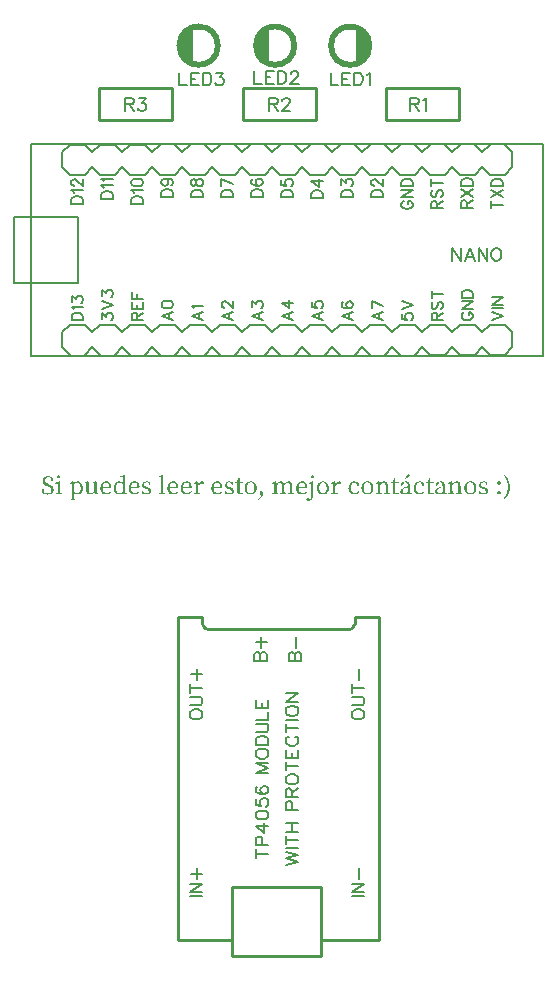
<source format=gto>
G04 Layer: TopSilkscreenLayer*
G04 EasyEDA v6.5.42, 2024-06-19 11:27:11*
G04 522c4fd81f94443e96934e03537c14a0,77e46d308c0345a887be20b164797668,10*
G04 Gerber Generator version 0.2*
G04 Scale: 100 percent, Rotated: No, Reflected: No *
G04 Dimensions in millimeters *
G04 leading zeros omitted , absolute positions ,4 integer and 5 decimal *
%FSLAX45Y45*%
%MOMM*%

%ADD10C,0.2032*%
%ADD11C,0.1524*%
%ADD12C,0.1500*%
%ADD13C,0.2540*%
%ADD14C,0.1520*%
%ADD15C,0.0144*%

%LPD*%
G36*
X5193284Y3356101D02*
G01*
X5190286Y3355644D01*
X5187391Y3354070D01*
X5184444Y3351174D01*
X5181346Y3346704D01*
X5171389Y3331006D01*
X5162042Y3315715D01*
X5166868Y3312160D01*
X5193538Y3335782D01*
X5197551Y3339592D01*
X5199938Y3342690D01*
X5201107Y3345332D01*
X5201412Y3347720D01*
X5200700Y3351479D01*
X5198872Y3354120D01*
X5196281Y3355594D01*
G37*
G36*
X6004052Y3354070D02*
G01*
X5999480Y3350260D01*
X6008471Y3336645D01*
X6015837Y3323742D01*
X6018987Y3317544D01*
X6024168Y3305352D01*
X6026302Y3299358D01*
X6028131Y3293364D01*
X6029655Y3287369D01*
X6031890Y3275228D01*
X6033109Y3262629D01*
X6033516Y3249422D01*
X6033160Y3236315D01*
X6032652Y3229965D01*
X6030925Y3217722D01*
X6029706Y3211728D01*
X6028182Y3205734D01*
X6026404Y3199790D01*
X6021882Y3187700D01*
X6019088Y3181604D01*
X6012434Y3168954D01*
X6004204Y3155594D01*
X5999480Y3148584D01*
X6004052Y3145028D01*
X6012992Y3154019D01*
X6017107Y3158591D01*
X6024626Y3168040D01*
X6031128Y3177743D01*
X6034024Y3182721D01*
X6039104Y3192932D01*
X6041288Y3198164D01*
X6044946Y3208883D01*
X6046470Y3214420D01*
X6048705Y3225698D01*
X6049518Y3231489D01*
X6050432Y3243326D01*
X6050432Y3255568D01*
X6049518Y3267557D01*
X6047689Y3279038D01*
X6046470Y3284677D01*
X6043218Y3295599D01*
X6041288Y3300882D01*
X6039104Y3306114D01*
X6034024Y3316325D01*
X6031128Y3321304D01*
X6024626Y3331006D01*
X6017107Y3340404D01*
X6008674Y3349599D01*
G37*
G36*
X2788412Y3352292D02*
G01*
X2754122Y3342894D01*
X2754122Y3336290D01*
X2772918Y3334512D01*
X2772918Y3281679D01*
X2765806Y3288639D01*
X2758592Y3293110D01*
X2751226Y3295446D01*
X2743708Y3296158D01*
X2738628Y3295904D01*
X2733802Y3295142D01*
X2729128Y3293872D01*
X2724658Y3292144D01*
X2720492Y3289960D01*
X2716530Y3287369D01*
X2712872Y3284270D01*
X2709570Y3280765D01*
X2706522Y3276904D01*
X2703830Y3272637D01*
X2701493Y3267964D01*
X2699562Y3262934D01*
X2697988Y3257550D01*
X2696870Y3251860D01*
X2696210Y3245866D01*
X2695976Y3240024D01*
X2715514Y3240024D01*
X2715818Y3247644D01*
X2716682Y3254451D01*
X2718104Y3260547D01*
X2719984Y3265881D01*
X2722270Y3270554D01*
X2725013Y3274517D01*
X2728061Y3277819D01*
X2731465Y3280460D01*
X2735122Y3282442D01*
X2738983Y3283864D01*
X2743047Y3284728D01*
X2747264Y3284982D01*
X2753004Y3284423D01*
X2758998Y3282492D01*
X2765348Y3278886D01*
X2772410Y3273298D01*
X2772410Y3208782D01*
X2766314Y3202889D01*
X2760268Y3199028D01*
X2753969Y3196945D01*
X2747010Y3196336D01*
X2742590Y3196590D01*
X2738424Y3197453D01*
X2734462Y3198825D01*
X2730804Y3200857D01*
X2727502Y3203448D01*
X2724505Y3206648D01*
X2721864Y3210509D01*
X2719679Y3215030D01*
X2717901Y3220212D01*
X2716580Y3226104D01*
X2715768Y3232708D01*
X2715514Y3240024D01*
X2695976Y3240024D01*
X2696311Y3231591D01*
X2697480Y3224174D01*
X2699258Y3217265D01*
X2701747Y3210915D01*
X2704896Y3205124D01*
X2708605Y3199993D01*
X2712923Y3195574D01*
X2717749Y3191814D01*
X2723083Y3188868D01*
X2728874Y3186684D01*
X2735072Y3185363D01*
X2741676Y3184906D01*
X2751226Y3185972D01*
X2759506Y3189071D01*
X2766771Y3193999D01*
X2773172Y3200654D01*
X2774188Y3185414D01*
X2808732Y3187700D01*
X2808732Y3194558D01*
X2790698Y3196590D01*
X2790698Y3319018D01*
X2791460Y3350768D01*
G37*
G36*
X3114548Y3352292D02*
G01*
X3080258Y3342894D01*
X3080258Y3336290D01*
X3098292Y3334512D01*
X3098241Y3215792D01*
X3098038Y3197098D01*
X3080258Y3194558D01*
X3080258Y3187700D01*
X3134868Y3187700D01*
X3134868Y3194558D01*
X3117088Y3197098D01*
X3116580Y3234436D01*
X3116580Y3319018D01*
X3117596Y3350768D01*
G37*
G36*
X2231390Y3348990D02*
G01*
X2225700Y3348024D01*
X2221128Y3345281D01*
X2218029Y3341065D01*
X2216912Y3335528D01*
X2218029Y3329940D01*
X2221077Y3325469D01*
X2225700Y3322574D01*
X2231390Y3321558D01*
X2236825Y3322574D01*
X2241346Y3325520D01*
X2244445Y3329940D01*
X2245614Y3335528D01*
X2244445Y3341065D01*
X2241346Y3345281D01*
X2236825Y3348024D01*
G37*
G36*
X4378706Y3348990D02*
G01*
X4373168Y3348024D01*
X4368647Y3345281D01*
X4365599Y3341065D01*
X4364482Y3335528D01*
X4365599Y3329940D01*
X4368647Y3325469D01*
X4373168Y3322574D01*
X4378706Y3321558D01*
X4384294Y3322574D01*
X4388916Y3325520D01*
X4392015Y3329940D01*
X4393184Y3335528D01*
X4392015Y3341065D01*
X4388916Y3345281D01*
X4384294Y3348024D01*
G37*
G36*
X2144522Y3340100D02*
G01*
X2137664Y3339795D01*
X2131161Y3338880D01*
X2125014Y3337356D01*
X2119274Y3335274D01*
X2113991Y3332581D01*
X2109266Y3329381D01*
X2105152Y3325622D01*
X2101646Y3321304D01*
X2098802Y3316528D01*
X2096719Y3311245D01*
X2095449Y3305454D01*
X2094992Y3299206D01*
X2095296Y3293821D01*
X2096211Y3288792D01*
X2097735Y3284169D01*
X2099818Y3279851D01*
X2102408Y3275838D01*
X2105507Y3272129D01*
X2109063Y3268675D01*
X2113127Y3265474D01*
X2117598Y3262528D01*
X2122474Y3259734D01*
X2133346Y3254756D01*
X2148636Y3248253D01*
X2154428Y3245358D01*
X2159254Y3242310D01*
X2163114Y3239058D01*
X2166061Y3235502D01*
X2168093Y3231540D01*
X2169261Y3227070D01*
X2169668Y3221990D01*
X2169007Y3215640D01*
X2167128Y3210052D01*
X2164130Y3205327D01*
X2159965Y3201365D01*
X2154834Y3198317D01*
X2148789Y3196082D01*
X2141829Y3194761D01*
X2134108Y3194304D01*
X2127504Y3194608D01*
X2121560Y3195523D01*
X2116074Y3197199D01*
X2110740Y3199638D01*
X2105152Y3227578D01*
X2093722Y3227578D01*
X2092452Y3196336D01*
X2096516Y3193948D01*
X2101138Y3191662D01*
X2106168Y3189681D01*
X2111552Y3187903D01*
X2117293Y3186430D01*
X2123236Y3185312D01*
X2129383Y3184652D01*
X2135632Y3184398D01*
X2143150Y3184702D01*
X2150262Y3185718D01*
X2156866Y3187293D01*
X2162962Y3189528D01*
X2168499Y3192322D01*
X2173427Y3195726D01*
X2177694Y3199638D01*
X2181301Y3204057D01*
X2184146Y3209036D01*
X2186228Y3214522D01*
X2187498Y3220415D01*
X2187956Y3226816D01*
X2187702Y3231845D01*
X2186990Y3236569D01*
X2185771Y3240989D01*
X2184044Y3245154D01*
X2181707Y3249015D01*
X2178761Y3252724D01*
X2175256Y3256229D01*
X2171039Y3259531D01*
X2166213Y3262731D01*
X2160625Y3265830D01*
X2154377Y3268827D01*
X2132736Y3277819D01*
X2127758Y3280511D01*
X2123440Y3283508D01*
X2119833Y3286861D01*
X2117039Y3290570D01*
X2114956Y3294634D01*
X2113686Y3299206D01*
X2113280Y3304286D01*
X2113889Y3310280D01*
X2115616Y3315563D01*
X2118410Y3320034D01*
X2122119Y3323742D01*
X2126640Y3326637D01*
X2131923Y3328771D01*
X2137816Y3330041D01*
X2144268Y3330448D01*
X2149297Y3330194D01*
X2153869Y3329381D01*
X2158238Y3327958D01*
X2162556Y3325876D01*
X2168144Y3299206D01*
X2179828Y3299206D01*
X2181098Y3328415D01*
X2177389Y3330956D01*
X2173427Y3333242D01*
X2169210Y3335223D01*
X2164791Y3336950D01*
X2160117Y3338271D01*
X2155190Y3339287D01*
X2150008Y3339896D01*
G37*
G36*
X3750564Y3323844D02*
G01*
X3744722Y3293872D01*
X3724910Y3291332D01*
X3724910Y3283458D01*
X3743706Y3283458D01*
X3743451Y3210814D01*
X3743909Y3204616D01*
X3745179Y3199282D01*
X3747262Y3194812D01*
X3750157Y3191205D01*
X3753764Y3188411D01*
X3758133Y3186430D01*
X3763162Y3185312D01*
X3768851Y3184906D01*
X3776776Y3185668D01*
X3783787Y3187954D01*
X3789730Y3191560D01*
X3794506Y3196336D01*
X3790187Y3201416D01*
X3785971Y3198622D01*
X3782161Y3196640D01*
X3778605Y3195472D01*
X3774948Y3195066D01*
X3769512Y3195980D01*
X3765397Y3198926D01*
X3762857Y3204057D01*
X3761994Y3211576D01*
X3761994Y3283458D01*
X3792220Y3283458D01*
X3792220Y3293110D01*
X3762248Y3293110D01*
X3763518Y3323844D01*
G37*
G36*
X5068316Y3323844D02*
G01*
X5062474Y3293872D01*
X5042662Y3291332D01*
X5042662Y3283458D01*
X5061458Y3283458D01*
X5061204Y3210814D01*
X5061661Y3204616D01*
X5062931Y3199282D01*
X5065014Y3194812D01*
X5067909Y3191205D01*
X5071516Y3188411D01*
X5075885Y3186430D01*
X5080914Y3185312D01*
X5086604Y3184906D01*
X5094528Y3185668D01*
X5101539Y3187954D01*
X5107482Y3191560D01*
X5112258Y3196336D01*
X5107940Y3201416D01*
X5103723Y3198622D01*
X5099913Y3196640D01*
X5096357Y3195472D01*
X5092700Y3195066D01*
X5087264Y3195980D01*
X5083200Y3198926D01*
X5080609Y3204057D01*
X5079746Y3211576D01*
X5079746Y3283458D01*
X5109972Y3283458D01*
X5109972Y3293110D01*
X5080000Y3293110D01*
X5081270Y3323844D01*
G37*
G36*
X5363464Y3323844D02*
G01*
X5357622Y3293872D01*
X5337556Y3291332D01*
X5337556Y3283458D01*
X5356606Y3283458D01*
X5356352Y3210814D01*
X5356809Y3204616D01*
X5358079Y3199282D01*
X5360162Y3194812D01*
X5363006Y3191205D01*
X5366613Y3188411D01*
X5370931Y3186430D01*
X5375910Y3185312D01*
X5381498Y3184906D01*
X5389524Y3185668D01*
X5396534Y3187954D01*
X5402478Y3191560D01*
X5407406Y3196336D01*
X5402834Y3201416D01*
X5398719Y3198622D01*
X5395010Y3196640D01*
X5391404Y3195472D01*
X5387594Y3195066D01*
X5382310Y3195980D01*
X5378297Y3198926D01*
X5375757Y3204057D01*
X5374894Y3211576D01*
X5374894Y3283458D01*
X5404866Y3283458D01*
X5404866Y3293110D01*
X5375148Y3293110D01*
X5376164Y3323844D01*
G37*
G36*
X5959856Y3297174D02*
G01*
X5953963Y3295954D01*
X5949238Y3292652D01*
X5946038Y3287725D01*
X5944870Y3281679D01*
X5946038Y3276041D01*
X5949238Y3271367D01*
X5953963Y3268167D01*
X5959856Y3266948D01*
X5965901Y3268167D01*
X5970727Y3271367D01*
X5973927Y3276041D01*
X5975096Y3281679D01*
X5973927Y3287725D01*
X5970727Y3292652D01*
X5965901Y3295954D01*
G37*
G36*
X2393442Y3296158D02*
G01*
X2389073Y3295904D01*
X2384704Y3295243D01*
X2380386Y3294024D01*
X2376068Y3292297D01*
X2371852Y3290011D01*
X2367686Y3287166D01*
X2363622Y3283712D01*
X2359660Y3279648D01*
X2358136Y3293872D01*
X2355088Y3295904D01*
X2323846Y3283712D01*
X2323846Y3277108D01*
X2341626Y3275329D01*
X2342184Y3261969D01*
X2342388Y3246120D01*
X2342388Y3207258D01*
X2360676Y3207258D01*
X2360676Y3272790D01*
X2369007Y3278987D01*
X2376170Y3282696D01*
X2382418Y3284524D01*
X2387854Y3284982D01*
X2391918Y3284677D01*
X2395778Y3283712D01*
X2399436Y3282086D01*
X2402738Y3279851D01*
X2405786Y3277006D01*
X2408478Y3273501D01*
X2410866Y3269386D01*
X2412847Y3264611D01*
X2414422Y3259277D01*
X2415590Y3253282D01*
X2416302Y3246729D01*
X2416556Y3239516D01*
X2416251Y3232200D01*
X2415438Y3225647D01*
X2414117Y3219805D01*
X2412288Y3214674D01*
X2410053Y3210204D01*
X2407462Y3206394D01*
X2404465Y3203244D01*
X2401163Y3200704D01*
X2397607Y3198774D01*
X2393797Y3197402D01*
X2389733Y3196590D01*
X2385568Y3196336D01*
X2379218Y3196945D01*
X2373020Y3198825D01*
X2366873Y3202228D01*
X2360676Y3207258D01*
X2342388Y3207258D01*
X2342337Y3172256D01*
X2341880Y3144012D01*
X2323846Y3141218D01*
X2323846Y3134360D01*
X2380742Y3134360D01*
X2380742Y3141218D01*
X2360422Y3144266D01*
X2359914Y3182112D01*
X2359914Y3199638D01*
X2367280Y3192526D01*
X2374849Y3188004D01*
X2382469Y3185617D01*
X2390140Y3184906D01*
X2394966Y3185160D01*
X2399639Y3185922D01*
X2404059Y3187141D01*
X2408326Y3188817D01*
X2412339Y3190951D01*
X2416098Y3193542D01*
X2419604Y3196590D01*
X2422804Y3199993D01*
X2425700Y3203854D01*
X2428290Y3208121D01*
X2430526Y3212693D01*
X2432405Y3217672D01*
X2433878Y3223056D01*
X2434945Y3228695D01*
X2435656Y3234740D01*
X2435860Y3241040D01*
X2435504Y3249320D01*
X2434386Y3257042D01*
X2432608Y3264103D01*
X2430170Y3270554D01*
X2427173Y3276346D01*
X2423617Y3281476D01*
X2419553Y3285845D01*
X2415032Y3289503D01*
X2410155Y3292348D01*
X2404872Y3294481D01*
X2399284Y3295751D01*
G37*
G36*
X2633980Y3296158D02*
G01*
X2628900Y3295904D01*
X2623921Y3295142D01*
X2619095Y3293872D01*
X2614472Y3292144D01*
X2610053Y3290011D01*
X2605836Y3287369D01*
X2601925Y3284321D01*
X2598318Y3280816D01*
X2594965Y3276955D01*
X2592019Y3272688D01*
X2589428Y3268065D01*
X2587244Y3263036D01*
X2585516Y3257702D01*
X2584246Y3252012D01*
X2583961Y3249930D01*
X2602738Y3249930D01*
X2604160Y3259124D01*
X2606548Y3266998D01*
X2609748Y3273501D01*
X2613660Y3278733D01*
X2618079Y3282746D01*
X2622905Y3285591D01*
X2627884Y3287217D01*
X2632964Y3287776D01*
X2638196Y3287217D01*
X2642920Y3285642D01*
X2647137Y3283204D01*
X2650693Y3279952D01*
X2653639Y3276092D01*
X2655773Y3271723D01*
X2657144Y3266897D01*
X2657602Y3261867D01*
X2657094Y3256838D01*
X2655265Y3252876D01*
X2651607Y3250336D01*
X2645664Y3249422D01*
X2602738Y3249930D01*
X2583961Y3249930D01*
X2583434Y3246069D01*
X2583180Y3239770D01*
X2583434Y3233420D01*
X2584094Y3227425D01*
X2585262Y3221786D01*
X2586837Y3216503D01*
X2588818Y3211626D01*
X2591155Y3207105D01*
X2593949Y3202990D01*
X2597048Y3199282D01*
X2600502Y3195980D01*
X2604312Y3193084D01*
X2608427Y3190646D01*
X2612847Y3188563D01*
X2617571Y3186988D01*
X2622550Y3185820D01*
X2627782Y3185160D01*
X2633218Y3184906D01*
X2640380Y3185363D01*
X2647035Y3186684D01*
X2653131Y3188766D01*
X2658668Y3191713D01*
X2663698Y3195370D01*
X2668168Y3199688D01*
X2672029Y3204718D01*
X2675382Y3210306D01*
X2670810Y3213354D01*
X2664663Y3206800D01*
X2657754Y3201720D01*
X2649575Y3198520D01*
X2639568Y3197352D01*
X2634234Y3197656D01*
X2629255Y3198571D01*
X2624632Y3200095D01*
X2620365Y3202279D01*
X2616504Y3205022D01*
X2613050Y3208426D01*
X2610002Y3212388D01*
X2607462Y3217011D01*
X2605430Y3222193D01*
X2603906Y3228035D01*
X2602890Y3234486D01*
X2602484Y3241548D01*
X2674112Y3241294D01*
X2674772Y3243834D01*
X2675534Y3250082D01*
X2675636Y3253740D01*
X2675280Y3260090D01*
X2674213Y3265982D01*
X2672537Y3271418D01*
X2670200Y3276346D01*
X2667304Y3280816D01*
X2663850Y3284778D01*
X2659888Y3288131D01*
X2655519Y3290976D01*
X2650693Y3293211D01*
X2645460Y3294837D01*
X2639872Y3295802D01*
G37*
G36*
X2873756Y3296158D02*
G01*
X2868676Y3295904D01*
X2863697Y3295142D01*
X2858871Y3293872D01*
X2854198Y3292144D01*
X2849778Y3290011D01*
X2845562Y3287369D01*
X2841599Y3284321D01*
X2837942Y3280816D01*
X2834589Y3276955D01*
X2831642Y3272688D01*
X2829001Y3268065D01*
X2826816Y3263036D01*
X2825038Y3257702D01*
X2823768Y3252012D01*
X2823483Y3249930D01*
X2842260Y3249930D01*
X2843682Y3259124D01*
X2846070Y3266998D01*
X2849270Y3273501D01*
X2853232Y3278733D01*
X2857652Y3282746D01*
X2862529Y3285591D01*
X2867609Y3287217D01*
X2872740Y3287776D01*
X2877870Y3287217D01*
X2882544Y3285642D01*
X2886710Y3283204D01*
X2890266Y3279952D01*
X2893161Y3276092D01*
X2895295Y3271723D01*
X2896666Y3266897D01*
X2897124Y3261867D01*
X2896666Y3256838D01*
X2894888Y3252876D01*
X2891231Y3250336D01*
X2885186Y3249422D01*
X2842260Y3249930D01*
X2823483Y3249930D01*
X2822956Y3246069D01*
X2822702Y3239770D01*
X2822956Y3233420D01*
X2823616Y3227425D01*
X2824784Y3221786D01*
X2826359Y3216503D01*
X2828340Y3211626D01*
X2830677Y3207105D01*
X2833471Y3202990D01*
X2836570Y3199282D01*
X2840024Y3195980D01*
X2843834Y3193084D01*
X2847949Y3190646D01*
X2852369Y3188563D01*
X2857093Y3186988D01*
X2862072Y3185820D01*
X2867304Y3185160D01*
X2872740Y3184906D01*
X2879902Y3185363D01*
X2886557Y3186684D01*
X2892653Y3188766D01*
X2898190Y3191713D01*
X2903220Y3195370D01*
X2907690Y3199688D01*
X2911551Y3204718D01*
X2914904Y3210306D01*
X2910332Y3213354D01*
X2904185Y3206800D01*
X2897276Y3201720D01*
X2889097Y3198520D01*
X2879090Y3197352D01*
X2873857Y3197656D01*
X2868879Y3198571D01*
X2864256Y3200095D01*
X2859989Y3202279D01*
X2856128Y3205022D01*
X2852674Y3208426D01*
X2849676Y3212388D01*
X2847136Y3217011D01*
X2845104Y3222193D01*
X2843580Y3228035D01*
X2842615Y3234486D01*
X2842260Y3241548D01*
X2913634Y3241294D01*
X2914904Y3246729D01*
X2915412Y3253740D01*
X2915056Y3260090D01*
X2913989Y3265982D01*
X2912262Y3271418D01*
X2909925Y3276346D01*
X2906979Y3280816D01*
X2903524Y3284778D01*
X2899562Y3288131D01*
X2895142Y3290976D01*
X2890316Y3293211D01*
X2885135Y3294837D01*
X2879598Y3295802D01*
G37*
G36*
X2976372Y3296158D02*
G01*
X2967583Y3295497D01*
X2959862Y3293618D01*
X2953207Y3290722D01*
X2947720Y3286861D01*
X2943402Y3282238D01*
X2940304Y3276955D01*
X2938424Y3271265D01*
X2937764Y3265170D01*
X2938272Y3259734D01*
X2939694Y3254857D01*
X2942031Y3250539D01*
X2945180Y3246628D01*
X2949092Y3243173D01*
X2953715Y3240074D01*
X2959049Y3237382D01*
X2964942Y3234944D01*
X2975356Y3231642D01*
X2984703Y3227476D01*
X2991053Y3223006D01*
X2994761Y3217773D01*
X2995930Y3211322D01*
X2995523Y3207461D01*
X2994406Y3204006D01*
X2992424Y3200908D01*
X2989681Y3198317D01*
X2986074Y3196183D01*
X2981655Y3194608D01*
X2976422Y3193643D01*
X2970276Y3193288D01*
X2965145Y3193542D01*
X2960471Y3194253D01*
X2956102Y3195421D01*
X2951988Y3197098D01*
X2947162Y3217672D01*
X2936748Y3217672D01*
X2937002Y3193288D01*
X2945079Y3189630D01*
X2953105Y3186988D01*
X2961487Y3185414D01*
X2970530Y3184906D01*
X2977286Y3185210D01*
X2983534Y3186074D01*
X2989173Y3187446D01*
X2994253Y3189274D01*
X2998774Y3191611D01*
X3002686Y3194304D01*
X3006039Y3197352D01*
X3008782Y3200755D01*
X3010916Y3204413D01*
X3012490Y3208324D01*
X3013405Y3212388D01*
X3013710Y3216656D01*
X3013303Y3221736D01*
X3012033Y3226460D01*
X3009849Y3230930D01*
X3006648Y3235045D01*
X3002483Y3238855D01*
X2997200Y3242411D01*
X2990799Y3245662D01*
X2983230Y3248660D01*
X2975356Y3251453D01*
X2965805Y3255517D01*
X2959455Y3259734D01*
X2955899Y3264763D01*
X2954782Y3271265D01*
X2956153Y3277870D01*
X2960268Y3283000D01*
X2966974Y3286353D01*
X2976372Y3287522D01*
X2980537Y3287268D01*
X2984601Y3286455D01*
X2988614Y3285185D01*
X2992628Y3283458D01*
X2996692Y3264408D01*
X3006852Y3264408D01*
X3007614Y3287014D01*
X3000248Y3290925D01*
X2992831Y3293770D01*
X2985008Y3295548D01*
G37*
G36*
X3201924Y3296158D02*
G01*
X3196844Y3295904D01*
X3191865Y3295142D01*
X3187039Y3293872D01*
X3182416Y3292144D01*
X3177997Y3290011D01*
X3173780Y3287369D01*
X3169869Y3284321D01*
X3166211Y3280816D01*
X3162909Y3276955D01*
X3159963Y3272688D01*
X3157372Y3268065D01*
X3155188Y3263036D01*
X3153460Y3257702D01*
X3152190Y3252012D01*
X3151905Y3249930D01*
X3170682Y3249930D01*
X3172104Y3259124D01*
X3174492Y3266998D01*
X3177692Y3273501D01*
X3181604Y3278733D01*
X3186023Y3282746D01*
X3190849Y3285591D01*
X3195828Y3287217D01*
X3200908Y3287776D01*
X3206140Y3287217D01*
X3210864Y3285642D01*
X3215081Y3283204D01*
X3218637Y3279952D01*
X3221583Y3276092D01*
X3223717Y3271723D01*
X3225088Y3266897D01*
X3225546Y3261867D01*
X3225038Y3256838D01*
X3223209Y3252876D01*
X3219551Y3250336D01*
X3213608Y3249422D01*
X3170682Y3249930D01*
X3151905Y3249930D01*
X3151378Y3246069D01*
X3151124Y3239770D01*
X3151378Y3233420D01*
X3152038Y3227425D01*
X3153206Y3221786D01*
X3154781Y3216503D01*
X3156762Y3211626D01*
X3159099Y3207105D01*
X3161893Y3202990D01*
X3164992Y3199282D01*
X3168446Y3195980D01*
X3172256Y3193084D01*
X3176371Y3190646D01*
X3180791Y3188563D01*
X3185515Y3186988D01*
X3190494Y3185820D01*
X3195726Y3185160D01*
X3201162Y3184906D01*
X3208324Y3185363D01*
X3214979Y3186684D01*
X3221075Y3188766D01*
X3226612Y3191713D01*
X3231642Y3195370D01*
X3236112Y3199688D01*
X3239973Y3204718D01*
X3243326Y3210306D01*
X3238754Y3213354D01*
X3232607Y3206800D01*
X3225698Y3201720D01*
X3217519Y3198520D01*
X3207512Y3197352D01*
X3202178Y3197656D01*
X3197199Y3198571D01*
X3192576Y3200095D01*
X3188309Y3202279D01*
X3184448Y3205022D01*
X3180994Y3208426D01*
X3177946Y3212388D01*
X3175406Y3217011D01*
X3173374Y3222193D01*
X3171850Y3228035D01*
X3170834Y3234486D01*
X3170428Y3241548D01*
X3242056Y3241294D01*
X3242716Y3243834D01*
X3243478Y3250082D01*
X3243580Y3253740D01*
X3243224Y3260090D01*
X3242157Y3265982D01*
X3240481Y3271418D01*
X3238144Y3276346D01*
X3235248Y3280816D01*
X3231794Y3284778D01*
X3227832Y3288131D01*
X3223463Y3290976D01*
X3218637Y3293211D01*
X3213404Y3294837D01*
X3207816Y3295802D01*
G37*
G36*
X3314954Y3296158D02*
G01*
X3309874Y3295904D01*
X3304895Y3295142D01*
X3300069Y3293872D01*
X3295396Y3292144D01*
X3290976Y3290011D01*
X3286760Y3287369D01*
X3282797Y3284321D01*
X3279140Y3280816D01*
X3275787Y3276955D01*
X3272840Y3272688D01*
X3270199Y3268065D01*
X3268014Y3263036D01*
X3266236Y3257702D01*
X3264966Y3252012D01*
X3264681Y3249930D01*
X3283712Y3249930D01*
X3285134Y3259124D01*
X3287522Y3266998D01*
X3290722Y3273501D01*
X3294634Y3278733D01*
X3299053Y3282746D01*
X3303879Y3285591D01*
X3308858Y3287217D01*
X3313937Y3287776D01*
X3319170Y3287217D01*
X3323894Y3285642D01*
X3328111Y3283204D01*
X3331667Y3279952D01*
X3334613Y3276092D01*
X3336747Y3271723D01*
X3338118Y3266897D01*
X3338576Y3261867D01*
X3338068Y3256838D01*
X3336239Y3252876D01*
X3332581Y3250336D01*
X3326637Y3249422D01*
X3283712Y3249930D01*
X3264681Y3249930D01*
X3264153Y3246069D01*
X3263900Y3239770D01*
X3264153Y3233420D01*
X3264814Y3227425D01*
X3265982Y3221786D01*
X3267557Y3216503D01*
X3269538Y3211626D01*
X3271926Y3207105D01*
X3274669Y3202990D01*
X3277819Y3199282D01*
X3281273Y3195980D01*
X3285083Y3193084D01*
X3289249Y3190646D01*
X3293668Y3188563D01*
X3298444Y3186988D01*
X3303422Y3185820D01*
X3308705Y3185160D01*
X3314192Y3184906D01*
X3321354Y3185363D01*
X3328009Y3186684D01*
X3334105Y3188766D01*
X3339642Y3191713D01*
X3344672Y3195370D01*
X3349142Y3199688D01*
X3353003Y3204718D01*
X3356356Y3210306D01*
X3351784Y3213354D01*
X3345637Y3206800D01*
X3338626Y3201720D01*
X3330448Y3198520D01*
X3320542Y3197352D01*
X3315208Y3197656D01*
X3310229Y3198571D01*
X3305606Y3200095D01*
X3301339Y3202279D01*
X3297478Y3205022D01*
X3293973Y3208426D01*
X3290976Y3212388D01*
X3288436Y3217011D01*
X3286404Y3222193D01*
X3284880Y3228035D01*
X3283864Y3234486D01*
X3283458Y3241548D01*
X3355086Y3241294D01*
X3356254Y3246729D01*
X3356610Y3253740D01*
X3356254Y3260090D01*
X3355187Y3265982D01*
X3353511Y3271418D01*
X3351174Y3276346D01*
X3348278Y3280816D01*
X3344824Y3284778D01*
X3340862Y3288131D01*
X3336493Y3290976D01*
X3331667Y3293211D01*
X3326434Y3294837D01*
X3320846Y3295802D01*
G37*
G36*
X3443732Y3296158D02*
G01*
X3439058Y3295650D01*
X3434384Y3294227D01*
X3429863Y3291840D01*
X3425494Y3288537D01*
X3421329Y3284423D01*
X3417570Y3279444D01*
X3414166Y3273704D01*
X3411220Y3267202D01*
X3408934Y3293872D01*
X3405886Y3295904D01*
X3374644Y3283712D01*
X3374644Y3277108D01*
X3392170Y3275329D01*
X3392728Y3262071D01*
X3392932Y3246120D01*
X3392424Y3197098D01*
X3376168Y3194558D01*
X3376168Y3187700D01*
X3430270Y3187700D01*
X3430270Y3194558D01*
X3411728Y3197352D01*
X3411220Y3234436D01*
X3411220Y3251962D01*
X3414776Y3261258D01*
X3419043Y3269183D01*
X3424275Y3275838D01*
X3430524Y3281426D01*
X3436518Y3276295D01*
X3439820Y3274263D01*
X3443224Y3272993D01*
X3447034Y3272536D01*
X3452774Y3273653D01*
X3456736Y3276701D01*
X3459022Y3281527D01*
X3459734Y3287776D01*
X3457041Y3291332D01*
X3453282Y3293973D01*
X3448710Y3295599D01*
G37*
G36*
X3574034Y3296158D02*
G01*
X3568954Y3295904D01*
X3563975Y3295142D01*
X3559149Y3293872D01*
X3554476Y3292144D01*
X3550056Y3290011D01*
X3545840Y3287369D01*
X3541877Y3284321D01*
X3538220Y3280816D01*
X3534867Y3276955D01*
X3531920Y3272688D01*
X3529279Y3268065D01*
X3527094Y3263036D01*
X3525316Y3257702D01*
X3524046Y3252012D01*
X3523761Y3249930D01*
X3542792Y3249930D01*
X3544214Y3259124D01*
X3546601Y3266998D01*
X3549802Y3273501D01*
X3553714Y3278733D01*
X3558133Y3282746D01*
X3562959Y3285591D01*
X3567937Y3287217D01*
X3573018Y3287776D01*
X3578250Y3287217D01*
X3582974Y3285642D01*
X3587191Y3283204D01*
X3590747Y3279952D01*
X3593693Y3276092D01*
X3595827Y3271723D01*
X3597198Y3266897D01*
X3597656Y3261867D01*
X3597148Y3256838D01*
X3595319Y3252876D01*
X3591661Y3250336D01*
X3585718Y3249422D01*
X3542792Y3249930D01*
X3523761Y3249930D01*
X3523234Y3246069D01*
X3522979Y3239770D01*
X3523234Y3233420D01*
X3523894Y3227425D01*
X3525062Y3221786D01*
X3526637Y3216503D01*
X3528618Y3211626D01*
X3531006Y3207105D01*
X3533749Y3202990D01*
X3536899Y3199282D01*
X3540353Y3195980D01*
X3544163Y3193084D01*
X3548329Y3190646D01*
X3552748Y3188563D01*
X3557524Y3186988D01*
X3562502Y3185820D01*
X3567785Y3185160D01*
X3573272Y3184906D01*
X3580434Y3185363D01*
X3587089Y3186684D01*
X3593185Y3188766D01*
X3598722Y3191713D01*
X3603751Y3195370D01*
X3608222Y3199688D01*
X3612083Y3204718D01*
X3615436Y3210306D01*
X3610864Y3213354D01*
X3604717Y3206800D01*
X3597706Y3201720D01*
X3589528Y3198520D01*
X3579622Y3197352D01*
X3574287Y3197656D01*
X3569309Y3198571D01*
X3564686Y3200095D01*
X3560419Y3202279D01*
X3556558Y3205022D01*
X3553104Y3208426D01*
X3550056Y3212388D01*
X3547516Y3217011D01*
X3545484Y3222193D01*
X3543960Y3228035D01*
X3542944Y3234486D01*
X3542537Y3241548D01*
X3614165Y3241294D01*
X3615334Y3246729D01*
X3615690Y3253740D01*
X3615334Y3260090D01*
X3614267Y3265982D01*
X3612591Y3271418D01*
X3610254Y3276346D01*
X3607358Y3280816D01*
X3603904Y3284778D01*
X3599942Y3288131D01*
X3595573Y3290976D01*
X3590747Y3293211D01*
X3585514Y3294837D01*
X3579926Y3295802D01*
G37*
G36*
X3676904Y3296158D02*
G01*
X3668064Y3295497D01*
X3660343Y3293618D01*
X3653688Y3290722D01*
X3648151Y3286861D01*
X3643782Y3282238D01*
X3640632Y3276955D01*
X3638702Y3271265D01*
X3638042Y3265170D01*
X3638550Y3259734D01*
X3640023Y3254857D01*
X3642360Y3250539D01*
X3645509Y3246628D01*
X3649472Y3243173D01*
X3654094Y3240074D01*
X3659378Y3237382D01*
X3665220Y3234944D01*
X3675634Y3231642D01*
X3685082Y3227476D01*
X3691585Y3223006D01*
X3695293Y3217773D01*
X3696462Y3211322D01*
X3696055Y3207461D01*
X3694937Y3204006D01*
X3692956Y3200908D01*
X3690213Y3198317D01*
X3686606Y3196183D01*
X3682187Y3194608D01*
X3676954Y3193643D01*
X3670808Y3193288D01*
X3665677Y3193542D01*
X3661003Y3194253D01*
X3656634Y3195421D01*
X3652520Y3197098D01*
X3647694Y3217672D01*
X3637026Y3217672D01*
X3637534Y3193288D01*
X3645560Y3189630D01*
X3653536Y3186988D01*
X3661918Y3185414D01*
X3671062Y3184906D01*
X3677818Y3185210D01*
X3684015Y3186074D01*
X3689654Y3187446D01*
X3694734Y3189274D01*
X3699205Y3191611D01*
X3703116Y3194304D01*
X3706418Y3197352D01*
X3709111Y3200755D01*
X3711244Y3204413D01*
X3712768Y3208324D01*
X3713683Y3212388D01*
X3713987Y3216656D01*
X3713581Y3221736D01*
X3712311Y3226460D01*
X3710178Y3230930D01*
X3707028Y3235045D01*
X3702862Y3238855D01*
X3697579Y3242411D01*
X3691178Y3245662D01*
X3675887Y3251453D01*
X3666286Y3255517D01*
X3659835Y3259734D01*
X3656228Y3264763D01*
X3655060Y3271265D01*
X3656482Y3277870D01*
X3660648Y3283000D01*
X3667506Y3286353D01*
X3676904Y3287522D01*
X3681018Y3287268D01*
X3684981Y3286455D01*
X3688943Y3285185D01*
X3692906Y3283458D01*
X3697224Y3264408D01*
X3707129Y3264408D01*
X3707892Y3287014D01*
X3700678Y3290925D01*
X3693261Y3293770D01*
X3685438Y3295548D01*
G37*
G36*
X3856482Y3296158D02*
G01*
X3851656Y3295954D01*
X3846829Y3295243D01*
X3842156Y3294126D01*
X3837584Y3292551D01*
X3833164Y3290570D01*
X3828948Y3288131D01*
X3824935Y3285236D01*
X3821226Y3281883D01*
X3817823Y3278174D01*
X3814775Y3273958D01*
X3812032Y3269386D01*
X3809746Y3264357D01*
X3807917Y3258870D01*
X3806545Y3253028D01*
X3805732Y3246729D01*
X3805428Y3240024D01*
X3825748Y3240024D01*
X3826001Y3247491D01*
X3826662Y3254298D01*
X3827779Y3260547D01*
X3829354Y3266186D01*
X3831386Y3271164D01*
X3833774Y3275533D01*
X3836619Y3279241D01*
X3839819Y3282289D01*
X3843426Y3284677D01*
X3847439Y3286404D01*
X3851757Y3287420D01*
X3856482Y3287776D01*
X3861155Y3287420D01*
X3865473Y3286404D01*
X3869436Y3284677D01*
X3873042Y3282289D01*
X3876243Y3279241D01*
X3879087Y3275533D01*
X3881526Y3271164D01*
X3883558Y3266186D01*
X3885133Y3260547D01*
X3886301Y3254298D01*
X3886962Y3247491D01*
X3887215Y3240024D01*
X3886962Y3232708D01*
X3886301Y3226003D01*
X3885133Y3219856D01*
X3883558Y3214370D01*
X3881526Y3209493D01*
X3879087Y3205226D01*
X3876243Y3201619D01*
X3873042Y3198622D01*
X3869436Y3196285D01*
X3865473Y3194608D01*
X3861155Y3193643D01*
X3856482Y3193288D01*
X3851757Y3193643D01*
X3847439Y3194608D01*
X3843426Y3196285D01*
X3839819Y3198622D01*
X3836619Y3201619D01*
X3833774Y3205226D01*
X3831386Y3209493D01*
X3829354Y3214370D01*
X3827779Y3219856D01*
X3826662Y3226003D01*
X3826001Y3232708D01*
X3825748Y3240024D01*
X3805428Y3240024D01*
X3805732Y3233369D01*
X3806545Y3227171D01*
X3807917Y3221380D01*
X3809746Y3215995D01*
X3811981Y3211017D01*
X3814673Y3206496D01*
X3817721Y3202432D01*
X3821125Y3198723D01*
X3824833Y3195523D01*
X3828846Y3192678D01*
X3833063Y3190341D01*
X3837482Y3188360D01*
X3842054Y3186836D01*
X3846779Y3185769D01*
X3851605Y3185109D01*
X3856482Y3184906D01*
X3861358Y3185109D01*
X3866184Y3185769D01*
X3870909Y3186836D01*
X3875532Y3188360D01*
X3879951Y3190341D01*
X3884218Y3192678D01*
X3888232Y3195523D01*
X3891940Y3198723D01*
X3895394Y3202432D01*
X3898442Y3206496D01*
X3901135Y3211017D01*
X3903472Y3215995D01*
X3905300Y3221380D01*
X3906672Y3227171D01*
X3907485Y3233369D01*
X3907790Y3240024D01*
X3907485Y3246780D01*
X3906672Y3253079D01*
X3905250Y3258972D01*
X3903421Y3264458D01*
X3901084Y3269488D01*
X3898392Y3274060D01*
X3895293Y3278276D01*
X3891838Y3281984D01*
X3888130Y3285286D01*
X3884117Y3288182D01*
X3879850Y3290620D01*
X3875430Y3292601D01*
X3870858Y3294176D01*
X3866134Y3295243D01*
X3861308Y3295954D01*
G37*
G36*
X4114292Y3296158D02*
G01*
X4109110Y3295802D01*
X4103979Y3294735D01*
X4098848Y3293008D01*
X4093819Y3290671D01*
X4088892Y3287725D01*
X4084167Y3284270D01*
X4079697Y3280308D01*
X4075429Y3275838D01*
X4073651Y3293872D01*
X4070604Y3295904D01*
X4039108Y3283712D01*
X4039108Y3277108D01*
X4056887Y3275329D01*
X4057345Y3262071D01*
X4057142Y3197098D01*
X4040632Y3194558D01*
X4040632Y3187700D01*
X4091940Y3187700D01*
X4091940Y3194558D01*
X4076446Y3197098D01*
X4075937Y3234436D01*
X4075937Y3267456D01*
X4084065Y3274009D01*
X4091533Y3278479D01*
X4098747Y3281121D01*
X4106164Y3281934D01*
X4110583Y3281629D01*
X4114393Y3280562D01*
X4117543Y3278784D01*
X4120083Y3276092D01*
X4122013Y3272434D01*
X4123385Y3267811D01*
X4124198Y3262020D01*
X4124451Y3255010D01*
X4124198Y3197098D01*
X4107179Y3194558D01*
X4107179Y3187700D01*
X4158487Y3187700D01*
X4158487Y3194558D01*
X4143248Y3197098D01*
X4142790Y3215944D01*
X4142740Y3255772D01*
X4142536Y3261766D01*
X4141978Y3267202D01*
X4150461Y3274009D01*
X4158183Y3278581D01*
X4165396Y3281121D01*
X4172458Y3281934D01*
X4176979Y3281629D01*
X4180840Y3280714D01*
X4184091Y3278987D01*
X4186732Y3276396D01*
X4188714Y3272840D01*
X4190136Y3268217D01*
X4191000Y3262376D01*
X4191254Y3255264D01*
X4191203Y3225698D01*
X4190746Y3197098D01*
X4174236Y3194558D01*
X4174236Y3187700D01*
X4225290Y3187700D01*
X4225290Y3194558D01*
X4209796Y3197098D01*
X4209288Y3234436D01*
X4209288Y3257550D01*
X4208780Y3267100D01*
X4207357Y3275177D01*
X4205020Y3281832D01*
X4201820Y3287115D01*
X4197756Y3291179D01*
X4192879Y3293973D01*
X4187240Y3295599D01*
X4180840Y3296158D01*
X4175506Y3295853D01*
X4170222Y3294887D01*
X4164990Y3293313D01*
X4159808Y3291078D01*
X4154779Y3288182D01*
X4149902Y3284575D01*
X4145178Y3280308D01*
X4140708Y3275329D01*
X4138980Y3280359D01*
X4136796Y3284677D01*
X4134205Y3288284D01*
X4131106Y3291179D01*
X4127601Y3293364D01*
X4123639Y3294938D01*
X4119219Y3295853D01*
G37*
G36*
X4293108Y3296158D02*
G01*
X4288028Y3295904D01*
X4283049Y3295142D01*
X4278223Y3293872D01*
X4273550Y3292144D01*
X4269130Y3290011D01*
X4264914Y3287369D01*
X4260951Y3284321D01*
X4257294Y3280816D01*
X4253941Y3276955D01*
X4250994Y3272688D01*
X4248353Y3268065D01*
X4246168Y3263036D01*
X4244390Y3257702D01*
X4243120Y3252012D01*
X4242835Y3249930D01*
X4261612Y3249930D01*
X4263034Y3259124D01*
X4265422Y3266998D01*
X4268622Y3273501D01*
X4272584Y3278733D01*
X4277004Y3282746D01*
X4281881Y3285591D01*
X4286961Y3287217D01*
X4292092Y3287776D01*
X4297222Y3287217D01*
X4301896Y3285642D01*
X4306062Y3283204D01*
X4309618Y3279952D01*
X4312513Y3276092D01*
X4314647Y3271723D01*
X4316018Y3266897D01*
X4316476Y3261867D01*
X4316018Y3256838D01*
X4314240Y3252876D01*
X4310583Y3250336D01*
X4304538Y3249422D01*
X4261612Y3249930D01*
X4242835Y3249930D01*
X4242308Y3246069D01*
X4242054Y3239770D01*
X4242308Y3233420D01*
X4242968Y3227425D01*
X4244136Y3221786D01*
X4245711Y3216503D01*
X4247692Y3211626D01*
X4250029Y3207105D01*
X4252823Y3202990D01*
X4255922Y3199282D01*
X4259376Y3195980D01*
X4263186Y3193084D01*
X4267301Y3190646D01*
X4271721Y3188563D01*
X4276445Y3186988D01*
X4281424Y3185820D01*
X4286656Y3185160D01*
X4292092Y3184906D01*
X4299254Y3185363D01*
X4305909Y3186684D01*
X4312005Y3188766D01*
X4317542Y3191713D01*
X4322572Y3195370D01*
X4327042Y3199688D01*
X4330903Y3204718D01*
X4334256Y3210306D01*
X4329684Y3213354D01*
X4323537Y3206800D01*
X4316628Y3201720D01*
X4308449Y3198520D01*
X4298442Y3197352D01*
X4293209Y3197656D01*
X4288231Y3198571D01*
X4283608Y3200095D01*
X4279341Y3202279D01*
X4275480Y3205022D01*
X4272026Y3208426D01*
X4269028Y3212388D01*
X4266488Y3217011D01*
X4264456Y3222193D01*
X4262932Y3228035D01*
X4261967Y3234486D01*
X4261612Y3241548D01*
X4332986Y3241294D01*
X4334256Y3246729D01*
X4334764Y3253740D01*
X4334408Y3260090D01*
X4333341Y3265982D01*
X4331614Y3271418D01*
X4329277Y3276346D01*
X4326331Y3280816D01*
X4322876Y3284778D01*
X4318914Y3288131D01*
X4314494Y3290976D01*
X4309668Y3293211D01*
X4304487Y3294837D01*
X4298950Y3295802D01*
G37*
G36*
X4468114Y3296158D02*
G01*
X4463288Y3295954D01*
X4458462Y3295243D01*
X4453788Y3294126D01*
X4449216Y3292551D01*
X4444796Y3290570D01*
X4440580Y3288131D01*
X4436567Y3285236D01*
X4432858Y3281883D01*
X4429455Y3278174D01*
X4426407Y3273958D01*
X4423664Y3269386D01*
X4421378Y3264357D01*
X4419549Y3258870D01*
X4418177Y3253028D01*
X4417364Y3246729D01*
X4417060Y3240024D01*
X4437380Y3240024D01*
X4437634Y3247491D01*
X4438294Y3254298D01*
X4439412Y3260547D01*
X4440986Y3266186D01*
X4443018Y3271164D01*
X4445406Y3275533D01*
X4448251Y3279241D01*
X4451451Y3282289D01*
X4455058Y3284677D01*
X4459071Y3286404D01*
X4463389Y3287420D01*
X4468114Y3287776D01*
X4472787Y3287420D01*
X4477105Y3286404D01*
X4481068Y3284677D01*
X4484674Y3282289D01*
X4487875Y3279241D01*
X4490720Y3275533D01*
X4493158Y3271164D01*
X4495190Y3266186D01*
X4496765Y3260547D01*
X4497933Y3254298D01*
X4498594Y3247491D01*
X4498848Y3240024D01*
X4498594Y3232708D01*
X4497933Y3226003D01*
X4496765Y3219856D01*
X4495190Y3214370D01*
X4493158Y3209493D01*
X4490720Y3205226D01*
X4487875Y3201619D01*
X4484674Y3198622D01*
X4481068Y3196285D01*
X4477105Y3194608D01*
X4472787Y3193643D01*
X4468114Y3193288D01*
X4463389Y3193643D01*
X4459071Y3194608D01*
X4455058Y3196285D01*
X4451451Y3198622D01*
X4448251Y3201619D01*
X4445406Y3205226D01*
X4443018Y3209493D01*
X4440986Y3214370D01*
X4439412Y3219856D01*
X4438294Y3226003D01*
X4437634Y3232708D01*
X4437380Y3240024D01*
X4417060Y3240024D01*
X4417364Y3233369D01*
X4418177Y3227171D01*
X4419549Y3221380D01*
X4421378Y3215995D01*
X4423613Y3211017D01*
X4426305Y3206496D01*
X4429353Y3202432D01*
X4432757Y3198723D01*
X4436465Y3195523D01*
X4440478Y3192678D01*
X4444695Y3190341D01*
X4449114Y3188360D01*
X4453686Y3186836D01*
X4458411Y3185769D01*
X4463237Y3185109D01*
X4468114Y3184906D01*
X4472990Y3185109D01*
X4477816Y3185769D01*
X4482541Y3186836D01*
X4487164Y3188360D01*
X4491583Y3190341D01*
X4495850Y3192678D01*
X4499864Y3195523D01*
X4503572Y3198723D01*
X4507026Y3202432D01*
X4510074Y3206496D01*
X4512767Y3211017D01*
X4515104Y3215995D01*
X4516932Y3221380D01*
X4518304Y3227171D01*
X4519117Y3233369D01*
X4519422Y3240024D01*
X4519117Y3246780D01*
X4518304Y3253079D01*
X4516882Y3258972D01*
X4515053Y3264458D01*
X4512716Y3269488D01*
X4510024Y3274060D01*
X4506925Y3278276D01*
X4503470Y3281984D01*
X4499762Y3285286D01*
X4495749Y3288182D01*
X4491482Y3290620D01*
X4487062Y3292601D01*
X4482490Y3294176D01*
X4477766Y3295243D01*
X4472940Y3295954D01*
G37*
G36*
X4606036Y3296158D02*
G01*
X4601362Y3295650D01*
X4596688Y3294227D01*
X4592167Y3291840D01*
X4587798Y3288537D01*
X4583633Y3284423D01*
X4579874Y3279444D01*
X4576470Y3273704D01*
X4573524Y3267202D01*
X4571238Y3293872D01*
X4568190Y3295904D01*
X4536948Y3283712D01*
X4536948Y3277108D01*
X4554474Y3275329D01*
X4555032Y3262071D01*
X4555236Y3246120D01*
X4554728Y3197098D01*
X4538472Y3194558D01*
X4538472Y3187700D01*
X4592574Y3187700D01*
X4592574Y3194558D01*
X4574032Y3197352D01*
X4573524Y3234436D01*
X4573524Y3251962D01*
X4577080Y3261258D01*
X4581347Y3269183D01*
X4586579Y3275838D01*
X4592828Y3281426D01*
X4598822Y3276295D01*
X4602124Y3274263D01*
X4605528Y3272993D01*
X4609338Y3272536D01*
X4615078Y3273653D01*
X4619040Y3276701D01*
X4621326Y3281527D01*
X4622038Y3287776D01*
X4619345Y3291332D01*
X4615586Y3293973D01*
X4611014Y3295599D01*
G37*
G36*
X4736846Y3296158D02*
G01*
X4731766Y3295904D01*
X4726787Y3295192D01*
X4721961Y3294024D01*
X4717237Y3292348D01*
X4712716Y3290265D01*
X4708448Y3287725D01*
X4704384Y3284728D01*
X4700625Y3281324D01*
X4697171Y3277514D01*
X4694072Y3273298D01*
X4691380Y3268675D01*
X4689094Y3263696D01*
X4687265Y3258312D01*
X4685893Y3252571D01*
X4685080Y3246475D01*
X4684776Y3240024D01*
X4685030Y3233826D01*
X4685690Y3227933D01*
X4686808Y3222396D01*
X4688382Y3217164D01*
X4690364Y3212287D01*
X4692700Y3207715D01*
X4695444Y3203600D01*
X4698593Y3199790D01*
X4702048Y3196437D01*
X4705858Y3193440D01*
X4710023Y3190900D01*
X4714443Y3188766D01*
X4719218Y3187090D01*
X4724247Y3185871D01*
X4729530Y3185160D01*
X4735068Y3184906D01*
X4742484Y3185363D01*
X4749241Y3186734D01*
X4755388Y3188970D01*
X4760874Y3192018D01*
X4765700Y3195878D01*
X4769916Y3200552D01*
X4773371Y3205937D01*
X4776216Y3212084D01*
X4771644Y3214116D01*
X4768799Y3210356D01*
X4765598Y3207004D01*
X4762042Y3204108D01*
X4758232Y3201720D01*
X4754168Y3199841D01*
X4749850Y3198469D01*
X4745329Y3197656D01*
X4740656Y3197352D01*
X4735474Y3197707D01*
X4730496Y3198672D01*
X4725924Y3200349D01*
X4721606Y3202635D01*
X4717745Y3205530D01*
X4714240Y3209036D01*
X4711192Y3213150D01*
X4708652Y3217824D01*
X4706569Y3223056D01*
X4705096Y3228848D01*
X4704130Y3235198D01*
X4703826Y3242056D01*
X4704130Y3249015D01*
X4704943Y3255517D01*
X4706315Y3261410D01*
X4708194Y3266795D01*
X4710531Y3271570D01*
X4713325Y3275787D01*
X4716576Y3279394D01*
X4720183Y3282340D01*
X4724196Y3284728D01*
X4728514Y3286404D01*
X4733188Y3287420D01*
X4738116Y3287776D01*
X4743704Y3287217D01*
X4750054Y3285744D01*
X4755642Y3265678D01*
X4757928Y3262426D01*
X4761382Y3260293D01*
X4766056Y3259582D01*
X4769662Y3260090D01*
X4772507Y3261664D01*
X4774539Y3264204D01*
X4775708Y3267710D01*
X4773980Y3273653D01*
X4771085Y3279140D01*
X4767224Y3283965D01*
X4762449Y3288131D01*
X4756912Y3291535D01*
X4750765Y3294024D01*
X4744008Y3295599D01*
G37*
G36*
X4845050Y3296158D02*
G01*
X4840224Y3295954D01*
X4835398Y3295243D01*
X4830724Y3294126D01*
X4826152Y3292551D01*
X4821732Y3290570D01*
X4817516Y3288131D01*
X4813503Y3285236D01*
X4809794Y3281883D01*
X4806391Y3278174D01*
X4803343Y3273958D01*
X4800600Y3269386D01*
X4798314Y3264357D01*
X4796485Y3258870D01*
X4795113Y3253028D01*
X4794300Y3246729D01*
X4793996Y3240024D01*
X4814316Y3240024D01*
X4814570Y3247491D01*
X4815230Y3254298D01*
X4816348Y3260547D01*
X4817922Y3266186D01*
X4819954Y3271164D01*
X4822342Y3275533D01*
X4825187Y3279241D01*
X4828387Y3282289D01*
X4831994Y3284677D01*
X4836007Y3286404D01*
X4840325Y3287420D01*
X4845050Y3287776D01*
X4849723Y3287420D01*
X4854041Y3286404D01*
X4858004Y3284677D01*
X4861610Y3282289D01*
X4864811Y3279241D01*
X4867656Y3275533D01*
X4870094Y3271164D01*
X4872126Y3266186D01*
X4873701Y3260547D01*
X4874869Y3254298D01*
X4875530Y3247491D01*
X4875784Y3240024D01*
X4875530Y3232708D01*
X4874869Y3226003D01*
X4873701Y3219856D01*
X4872126Y3214370D01*
X4870094Y3209493D01*
X4867656Y3205226D01*
X4864811Y3201619D01*
X4861610Y3198622D01*
X4858004Y3196285D01*
X4854041Y3194608D01*
X4849723Y3193643D01*
X4845050Y3193288D01*
X4840325Y3193643D01*
X4836007Y3194608D01*
X4831994Y3196285D01*
X4828387Y3198622D01*
X4825187Y3201619D01*
X4822342Y3205226D01*
X4819954Y3209493D01*
X4817922Y3214370D01*
X4816348Y3219856D01*
X4815230Y3226003D01*
X4814570Y3232708D01*
X4814316Y3240024D01*
X4793996Y3240024D01*
X4794300Y3233369D01*
X4795113Y3227171D01*
X4796485Y3221380D01*
X4798314Y3215995D01*
X4800549Y3211017D01*
X4803241Y3206496D01*
X4806289Y3202432D01*
X4809693Y3198723D01*
X4813401Y3195523D01*
X4817414Y3192678D01*
X4821631Y3190341D01*
X4826050Y3188360D01*
X4830622Y3186836D01*
X4835347Y3185769D01*
X4840173Y3185109D01*
X4845050Y3184906D01*
X4849926Y3185109D01*
X4854752Y3185769D01*
X4859477Y3186836D01*
X4864100Y3188360D01*
X4868519Y3190341D01*
X4872786Y3192678D01*
X4876800Y3195523D01*
X4880508Y3198723D01*
X4883962Y3202432D01*
X4887010Y3206496D01*
X4889703Y3211017D01*
X4892040Y3215995D01*
X4893868Y3221380D01*
X4895240Y3227171D01*
X4896053Y3233369D01*
X4896358Y3240024D01*
X4896053Y3246780D01*
X4895240Y3253079D01*
X4893818Y3258972D01*
X4891989Y3264458D01*
X4889652Y3269488D01*
X4886960Y3274060D01*
X4883861Y3278276D01*
X4880406Y3281984D01*
X4876698Y3285286D01*
X4872685Y3288182D01*
X4868418Y3290620D01*
X4863998Y3292601D01*
X4859426Y3294176D01*
X4854702Y3295243D01*
X4849876Y3295954D01*
G37*
G36*
X4990084Y3296158D02*
G01*
X4984800Y3295802D01*
X4979517Y3294735D01*
X4974285Y3293008D01*
X4969052Y3290620D01*
X4963972Y3287674D01*
X4959096Y3284169D01*
X4954371Y3280105D01*
X4949952Y3275584D01*
X4948174Y3293872D01*
X4945126Y3295904D01*
X4913884Y3283712D01*
X4913884Y3277108D01*
X4931410Y3275329D01*
X4931968Y3262071D01*
X4932172Y3246120D01*
X4931664Y3197098D01*
X4915154Y3194558D01*
X4915154Y3187700D01*
X4966462Y3187700D01*
X4966462Y3194558D01*
X4950968Y3197098D01*
X4950460Y3234436D01*
X4950460Y3267456D01*
X4958892Y3274161D01*
X4966766Y3278733D01*
X4974285Y3281375D01*
X4981702Y3282187D01*
X4986223Y3281832D01*
X4990084Y3280816D01*
X4993284Y3278936D01*
X4995824Y3276244D01*
X4997805Y3272586D01*
X4999177Y3267913D01*
X4999990Y3262172D01*
X5000244Y3255264D01*
X5000193Y3225698D01*
X4999736Y3197098D01*
X4983226Y3194558D01*
X4983226Y3187700D01*
X5034534Y3187700D01*
X5034534Y3194558D01*
X5018786Y3197098D01*
X5018532Y3255772D01*
X5018074Y3265728D01*
X5016754Y3274212D01*
X5014468Y3281172D01*
X5011369Y3286709D01*
X5007356Y3290925D01*
X5002479Y3293872D01*
X4996688Y3295599D01*
G37*
G36*
X5169662Y3296158D02*
G01*
X5161330Y3295700D01*
X5153710Y3294278D01*
X5146852Y3291941D01*
X5140807Y3288842D01*
X5135727Y3284880D01*
X5131562Y3280206D01*
X5128463Y3274771D01*
X5126482Y3268726D01*
X5127498Y3265170D01*
X5129428Y3262528D01*
X5132374Y3260902D01*
X5136388Y3260344D01*
X5140350Y3260953D01*
X5143500Y3262833D01*
X5145887Y3266033D01*
X5147564Y3270503D01*
X5151882Y3285744D01*
X5158638Y3287217D01*
X5164582Y3287776D01*
X5169814Y3287471D01*
X5174234Y3286506D01*
X5177942Y3284778D01*
X5180888Y3282137D01*
X5183124Y3278428D01*
X5184698Y3273653D01*
X5185613Y3267557D01*
X5185918Y3260090D01*
X5185918Y3253232D01*
X5172405Y3249726D01*
X5160264Y3245866D01*
X5150358Y3242005D01*
X5142280Y3238144D01*
X5135880Y3234232D01*
X5131003Y3230219D01*
X5127447Y3226054D01*
X5125110Y3221685D01*
X5123840Y3217062D01*
X5123682Y3215132D01*
X5142484Y3215132D01*
X5142687Y3218180D01*
X5143296Y3221278D01*
X5144566Y3224428D01*
X5146598Y3227527D01*
X5149494Y3230575D01*
X5153507Y3233623D01*
X5158740Y3236620D01*
X5165344Y3239516D01*
X5174488Y3242716D01*
X5185918Y3246120D01*
X5185918Y3210814D01*
X5177790Y3204718D01*
X5171490Y3200704D01*
X5166055Y3198520D01*
X5160518Y3197860D01*
X5153304Y3198876D01*
X5147614Y3202025D01*
X5143855Y3207410D01*
X5142484Y3215132D01*
X5123682Y3215132D01*
X5123434Y3212084D01*
X5124043Y3205835D01*
X5125770Y3200349D01*
X5128463Y3195675D01*
X5132070Y3191814D01*
X5136438Y3188817D01*
X5141417Y3186633D01*
X5146954Y3185363D01*
X5152898Y3184906D01*
X5157673Y3185160D01*
X5162042Y3186023D01*
X5166106Y3187395D01*
X5170017Y3189325D01*
X5173827Y3191814D01*
X5177739Y3194862D01*
X5186172Y3202686D01*
X5188610Y3195472D01*
X5192877Y3189935D01*
X5198770Y3186379D01*
X5206238Y3185160D01*
X5211724Y3185769D01*
X5216702Y3187750D01*
X5221224Y3191256D01*
X5225288Y3196590D01*
X5221224Y3200908D01*
X5219141Y3198520D01*
X5217058Y3196793D01*
X5214823Y3195675D01*
X5212334Y3195320D01*
X5208930Y3196082D01*
X5206390Y3198520D01*
X5204764Y3202940D01*
X5204206Y3209544D01*
X5204206Y3258058D01*
X5203952Y3264611D01*
X5203291Y3270503D01*
X5202072Y3275685D01*
X5200446Y3280257D01*
X5198313Y3284169D01*
X5195722Y3287471D01*
X5192572Y3290214D01*
X5189016Y3292449D01*
X5184902Y3294075D01*
X5180330Y3295243D01*
X5175250Y3295954D01*
G37*
G36*
X5288026Y3296158D02*
G01*
X5282996Y3295904D01*
X5278069Y3295192D01*
X5273243Y3294024D01*
X5268518Y3292348D01*
X5263997Y3290265D01*
X5259730Y3287725D01*
X5255666Y3284728D01*
X5251907Y3281324D01*
X5248452Y3277514D01*
X5245354Y3273298D01*
X5242610Y3268675D01*
X5240324Y3263696D01*
X5238445Y3258312D01*
X5237073Y3252571D01*
X5236260Y3246475D01*
X5235956Y3240024D01*
X5236210Y3233826D01*
X5236870Y3227933D01*
X5238038Y3222396D01*
X5239613Y3217164D01*
X5241594Y3212287D01*
X5243982Y3207715D01*
X5246725Y3203600D01*
X5249875Y3199790D01*
X5253329Y3196437D01*
X5257139Y3193440D01*
X5261305Y3190900D01*
X5265724Y3188766D01*
X5270500Y3187090D01*
X5275478Y3185871D01*
X5280761Y3185160D01*
X5286248Y3184906D01*
X5293715Y3185363D01*
X5300573Y3186734D01*
X5306771Y3188970D01*
X5312257Y3192018D01*
X5317083Y3195878D01*
X5321198Y3200552D01*
X5324652Y3205937D01*
X5327396Y3212084D01*
X5323078Y3214116D01*
X5320233Y3210356D01*
X5317032Y3207004D01*
X5313476Y3204108D01*
X5309666Y3201720D01*
X5305552Y3199841D01*
X5301183Y3198469D01*
X5296611Y3197656D01*
X5291836Y3197352D01*
X5286654Y3197707D01*
X5281726Y3198672D01*
X5277104Y3200349D01*
X5272887Y3202635D01*
X5269026Y3205530D01*
X5265572Y3209036D01*
X5262524Y3213150D01*
X5259984Y3217824D01*
X5257952Y3223056D01*
X5256479Y3228848D01*
X5255564Y3235198D01*
X5255260Y3242056D01*
X5255564Y3249015D01*
X5256377Y3255517D01*
X5257698Y3261410D01*
X5259578Y3266795D01*
X5261864Y3271570D01*
X5264658Y3275787D01*
X5267858Y3279394D01*
X5271465Y3282340D01*
X5275427Y3284728D01*
X5279694Y3286404D01*
X5284368Y3287420D01*
X5289296Y3287776D01*
X5294985Y3287217D01*
X5301234Y3285744D01*
X5305552Y3269996D01*
X5306923Y3265678D01*
X5309209Y3262426D01*
X5312613Y3260293D01*
X5317236Y3259582D01*
X5320842Y3260090D01*
X5323738Y3261664D01*
X5325821Y3264204D01*
X5327142Y3267710D01*
X5325414Y3273653D01*
X5322519Y3279140D01*
X5318658Y3283965D01*
X5313883Y3288131D01*
X5308295Y3291535D01*
X5302046Y3294024D01*
X5295290Y3295599D01*
G37*
G36*
X5464556Y3296158D02*
G01*
X5456326Y3295700D01*
X5448757Y3294278D01*
X5441950Y3291941D01*
X5435955Y3288842D01*
X5430875Y3284880D01*
X5426710Y3280206D01*
X5423611Y3274771D01*
X5421630Y3268726D01*
X5422544Y3265170D01*
X5424474Y3262528D01*
X5427472Y3260902D01*
X5431536Y3260344D01*
X5435396Y3260953D01*
X5438546Y3262833D01*
X5440984Y3266033D01*
X5442712Y3270503D01*
X5447030Y3285744D01*
X5453532Y3287217D01*
X5459476Y3287776D01*
X5464759Y3287471D01*
X5469229Y3286506D01*
X5472938Y3284778D01*
X5475884Y3282137D01*
X5478068Y3278428D01*
X5479643Y3273653D01*
X5480507Y3267557D01*
X5480812Y3260090D01*
X5480812Y3253232D01*
X5474106Y3251606D01*
X5461152Y3247796D01*
X5455412Y3245866D01*
X5445455Y3242005D01*
X5437327Y3238144D01*
X5430926Y3234232D01*
X5426049Y3230219D01*
X5422544Y3226054D01*
X5420207Y3221685D01*
X5418988Y3217062D01*
X5418830Y3215132D01*
X5437378Y3215132D01*
X5437581Y3218180D01*
X5438241Y3221278D01*
X5439511Y3224428D01*
X5441594Y3227527D01*
X5444591Y3230575D01*
X5448604Y3233623D01*
X5453888Y3236620D01*
X5460492Y3239516D01*
X5474970Y3244494D01*
X5480812Y3246120D01*
X5480812Y3210814D01*
X5472836Y3204718D01*
X5466588Y3200704D01*
X5461101Y3198520D01*
X5455412Y3197860D01*
X5448300Y3198876D01*
X5442559Y3202025D01*
X5438749Y3207410D01*
X5437378Y3215132D01*
X5418830Y3215132D01*
X5418582Y3212084D01*
X5419191Y3205835D01*
X5420918Y3200349D01*
X5423611Y3195675D01*
X5427218Y3191814D01*
X5431586Y3188817D01*
X5436565Y3186633D01*
X5442102Y3185363D01*
X5448046Y3184906D01*
X5452821Y3185160D01*
X5457190Y3186023D01*
X5461254Y3187395D01*
X5465165Y3189325D01*
X5468975Y3191814D01*
X5472887Y3194862D01*
X5481320Y3202686D01*
X5483606Y3195472D01*
X5487822Y3189935D01*
X5493664Y3186379D01*
X5501132Y3185160D01*
X5506770Y3185769D01*
X5511850Y3187750D01*
X5516372Y3191256D01*
X5520436Y3196590D01*
X5516372Y3200908D01*
X5514187Y3198520D01*
X5512104Y3196793D01*
X5509818Y3195675D01*
X5507228Y3195320D01*
X5503824Y3196082D01*
X5501284Y3198520D01*
X5499658Y3202940D01*
X5499100Y3209544D01*
X5499100Y3258058D01*
X5498846Y3264611D01*
X5498185Y3270503D01*
X5496966Y3275685D01*
X5495340Y3280257D01*
X5493207Y3284169D01*
X5490565Y3287471D01*
X5487466Y3290214D01*
X5483910Y3292449D01*
X5479796Y3294075D01*
X5475224Y3295243D01*
X5470144Y3295954D01*
G37*
G36*
X5604764Y3296158D02*
G01*
X5599480Y3295802D01*
X5594197Y3294735D01*
X5588965Y3293008D01*
X5583732Y3290620D01*
X5578652Y3287674D01*
X5573776Y3284169D01*
X5569051Y3280105D01*
X5564632Y3275584D01*
X5562854Y3293872D01*
X5559806Y3295904D01*
X5528564Y3283712D01*
X5528564Y3277108D01*
X5546090Y3275329D01*
X5546648Y3262071D01*
X5546852Y3246120D01*
X5546344Y3197098D01*
X5529834Y3194558D01*
X5529834Y3187700D01*
X5581142Y3187700D01*
X5581142Y3194558D01*
X5565648Y3197098D01*
X5565140Y3234436D01*
X5565140Y3267456D01*
X5573572Y3274161D01*
X5581446Y3278733D01*
X5588965Y3281375D01*
X5596382Y3282187D01*
X5600903Y3281832D01*
X5604764Y3280816D01*
X5607964Y3278936D01*
X5610504Y3276244D01*
X5612485Y3272586D01*
X5613857Y3267913D01*
X5614670Y3262172D01*
X5614924Y3255264D01*
X5614873Y3225698D01*
X5614416Y3197098D01*
X5597906Y3194558D01*
X5597906Y3187700D01*
X5649214Y3187700D01*
X5649214Y3194558D01*
X5633466Y3197098D01*
X5633212Y3255772D01*
X5632754Y3265728D01*
X5631434Y3274212D01*
X5629148Y3281172D01*
X5626049Y3286709D01*
X5622036Y3290925D01*
X5617159Y3293872D01*
X5611368Y3295599D01*
G37*
G36*
X5716778Y3296158D02*
G01*
X5711952Y3295954D01*
X5707126Y3295243D01*
X5702452Y3294126D01*
X5697880Y3292551D01*
X5693460Y3290570D01*
X5689244Y3288131D01*
X5685231Y3285236D01*
X5681522Y3281883D01*
X5678119Y3278174D01*
X5675071Y3273958D01*
X5672328Y3269386D01*
X5670042Y3264357D01*
X5668213Y3258870D01*
X5666841Y3253028D01*
X5666028Y3246729D01*
X5665724Y3240024D01*
X5686044Y3240024D01*
X5686298Y3247491D01*
X5686958Y3254298D01*
X5688076Y3260547D01*
X5689650Y3266186D01*
X5691682Y3271164D01*
X5694070Y3275533D01*
X5696915Y3279241D01*
X5700115Y3282289D01*
X5703722Y3284677D01*
X5707735Y3286404D01*
X5712053Y3287420D01*
X5716778Y3287776D01*
X5721451Y3287420D01*
X5725769Y3286404D01*
X5729732Y3284677D01*
X5733338Y3282289D01*
X5736539Y3279241D01*
X5739384Y3275533D01*
X5741822Y3271164D01*
X5743854Y3266186D01*
X5745429Y3260547D01*
X5746597Y3254298D01*
X5747258Y3247491D01*
X5747512Y3240024D01*
X5747258Y3232708D01*
X5746597Y3226003D01*
X5745429Y3219856D01*
X5743854Y3214370D01*
X5741822Y3209493D01*
X5739384Y3205226D01*
X5736539Y3201619D01*
X5733338Y3198622D01*
X5729732Y3196285D01*
X5725769Y3194608D01*
X5721451Y3193643D01*
X5716778Y3193288D01*
X5712053Y3193643D01*
X5707735Y3194608D01*
X5703722Y3196285D01*
X5700115Y3198622D01*
X5696915Y3201619D01*
X5694070Y3205226D01*
X5691682Y3209493D01*
X5689650Y3214370D01*
X5688076Y3219856D01*
X5686958Y3226003D01*
X5686298Y3232708D01*
X5686044Y3240024D01*
X5665724Y3240024D01*
X5666028Y3233369D01*
X5666841Y3227171D01*
X5668213Y3221380D01*
X5670042Y3215995D01*
X5672277Y3211017D01*
X5674969Y3206496D01*
X5678017Y3202432D01*
X5681421Y3198723D01*
X5685129Y3195523D01*
X5689142Y3192678D01*
X5693359Y3190341D01*
X5697778Y3188360D01*
X5702350Y3186836D01*
X5707075Y3185769D01*
X5711901Y3185109D01*
X5716778Y3184906D01*
X5721654Y3185109D01*
X5726480Y3185769D01*
X5731205Y3186836D01*
X5735828Y3188360D01*
X5740247Y3190341D01*
X5744514Y3192678D01*
X5748528Y3195523D01*
X5752236Y3198723D01*
X5755690Y3202432D01*
X5758738Y3206496D01*
X5761431Y3211017D01*
X5763768Y3215995D01*
X5765596Y3221380D01*
X5766968Y3227171D01*
X5767781Y3233369D01*
X5768086Y3240024D01*
X5767781Y3246780D01*
X5766968Y3253079D01*
X5765546Y3258972D01*
X5763717Y3264458D01*
X5761380Y3269488D01*
X5758688Y3274060D01*
X5755589Y3278276D01*
X5752134Y3281984D01*
X5748426Y3285286D01*
X5744413Y3288182D01*
X5740146Y3290620D01*
X5735726Y3292601D01*
X5731154Y3294176D01*
X5726430Y3295243D01*
X5721604Y3295954D01*
G37*
G36*
X5828792Y3296158D02*
G01*
X5819952Y3295497D01*
X5812231Y3293618D01*
X5805576Y3290722D01*
X5800039Y3286861D01*
X5795670Y3282238D01*
X5792520Y3276955D01*
X5790590Y3271265D01*
X5789930Y3265170D01*
X5790438Y3259734D01*
X5791911Y3254857D01*
X5794248Y3250539D01*
X5797397Y3246628D01*
X5801360Y3243173D01*
X5805982Y3240074D01*
X5811266Y3237382D01*
X5817108Y3234944D01*
X5827522Y3231642D01*
X5836970Y3227476D01*
X5843473Y3223006D01*
X5847181Y3217773D01*
X5848350Y3211322D01*
X5847943Y3207461D01*
X5846826Y3204006D01*
X5844844Y3200908D01*
X5842101Y3198317D01*
X5838494Y3196183D01*
X5834075Y3194608D01*
X5828842Y3193643D01*
X5822696Y3193288D01*
X5817565Y3193542D01*
X5812891Y3194253D01*
X5808522Y3195421D01*
X5804408Y3197098D01*
X5799582Y3217672D01*
X5788914Y3217672D01*
X5789422Y3193288D01*
X5797448Y3189630D01*
X5805424Y3186988D01*
X5813806Y3185414D01*
X5822950Y3184906D01*
X5829706Y3185210D01*
X5835904Y3186074D01*
X5841542Y3187446D01*
X5846622Y3189274D01*
X5851093Y3191611D01*
X5855004Y3194304D01*
X5858306Y3197352D01*
X5860999Y3200755D01*
X5863132Y3204413D01*
X5864656Y3208324D01*
X5865571Y3212388D01*
X5865876Y3216656D01*
X5865469Y3221736D01*
X5864199Y3226460D01*
X5862066Y3230930D01*
X5858916Y3235045D01*
X5854750Y3238855D01*
X5849467Y3242411D01*
X5843066Y3245662D01*
X5827776Y3251453D01*
X5818174Y3255517D01*
X5811723Y3259734D01*
X5808116Y3264763D01*
X5806948Y3271265D01*
X5808370Y3277870D01*
X5812536Y3283000D01*
X5819394Y3286353D01*
X5828792Y3287522D01*
X5832906Y3287268D01*
X5836869Y3286455D01*
X5840831Y3285185D01*
X5844794Y3283458D01*
X5849112Y3264408D01*
X5859018Y3264408D01*
X5859780Y3287014D01*
X5852566Y3290925D01*
X5845149Y3293770D01*
X5837326Y3295548D01*
G37*
G36*
X2237994Y3295904D02*
G01*
X2203958Y3283965D01*
X2203958Y3277362D01*
X2221992Y3275584D01*
X2222449Y3261918D01*
X2222246Y3197098D01*
X2205228Y3194558D01*
X2205228Y3187700D01*
X2256282Y3187700D01*
X2256282Y3194558D01*
X2241042Y3197098D01*
X2240838Y3216148D01*
X2240788Y3264408D01*
X2241042Y3293872D01*
G37*
G36*
X4385310Y3295904D02*
G01*
X4351782Y3283965D01*
X4351782Y3277362D01*
X4369308Y3275584D01*
X4369866Y3261969D01*
X4370070Y3246120D01*
X4370019Y3198215D01*
X4369562Y3178403D01*
X4369104Y3170224D01*
X4368444Y3163214D01*
X4367580Y3157270D01*
X4366564Y3152292D01*
X4365244Y3148330D01*
X4363212Y3144723D01*
X4361180Y3142234D01*
X4355846Y3146552D01*
X4351680Y3149498D01*
X4347768Y3151581D01*
X4343857Y3152749D01*
X4339844Y3153156D01*
X4335272Y3152597D01*
X4331512Y3150920D01*
X4328617Y3148126D01*
X4326636Y3144266D01*
X4328109Y3140049D01*
X4331868Y3136188D01*
X4338066Y3133394D01*
X4346956Y3132328D01*
X4355490Y3133140D01*
X4362704Y3135528D01*
X4368952Y3139490D01*
X4374642Y3145028D01*
X4377232Y3148228D01*
X4379468Y3151581D01*
X4381398Y3155238D01*
X4382973Y3159201D01*
X4384243Y3163570D01*
X4385310Y3168345D01*
X4386122Y3173679D01*
X4386732Y3179622D01*
X4387392Y3193542D01*
X4387596Y3210560D01*
X4387596Y3264408D01*
X4388104Y3293872D01*
G37*
G36*
X2482596Y3294887D02*
G01*
X2449830Y3291586D01*
X2449830Y3284982D01*
X2465832Y3281679D01*
X2465324Y3225038D01*
X2465730Y3214776D01*
X2467203Y3206242D01*
X2469642Y3199282D01*
X2472944Y3193846D01*
X2477109Y3189782D01*
X2482088Y3186988D01*
X2487828Y3185414D01*
X2494280Y3184906D01*
X2499512Y3185261D01*
X2504744Y3186226D01*
X2509926Y3187903D01*
X2515057Y3190189D01*
X2520035Y3193186D01*
X2524861Y3196793D01*
X2529484Y3201060D01*
X2533904Y3205988D01*
X2535936Y3185922D01*
X2566924Y3187700D01*
X2566924Y3194304D01*
X2551684Y3196844D01*
X2551684Y3261106D01*
X2552192Y3292601D01*
X2550160Y3294887D01*
X2518156Y3291332D01*
X2518156Y3284728D01*
X2533904Y3281679D01*
X2533396Y3213862D01*
X2525877Y3207512D01*
X2518156Y3202990D01*
X2510231Y3200298D01*
X2502154Y3199384D01*
X2497836Y3199739D01*
X2494127Y3200755D01*
X2490927Y3202584D01*
X2488336Y3205276D01*
X2486253Y3208934D01*
X2484780Y3213506D01*
X2483916Y3219196D01*
X2483612Y3226054D01*
X2483612Y3261106D01*
X2484628Y3292601D01*
G37*
G36*
X3944112Y3215132D02*
G01*
X3938574Y3214065D01*
X3934510Y3211118D01*
X3932021Y3206750D01*
X3931158Y3201416D01*
X3931615Y3197555D01*
X3933037Y3193694D01*
X3935526Y3189986D01*
X3939286Y3186684D01*
X3947668Y3180080D01*
X3945534Y3174085D01*
X3942842Y3168700D01*
X3939590Y3163773D01*
X3935780Y3159353D01*
X3931513Y3155340D01*
X3926738Y3151682D01*
X3921556Y3148330D01*
X3915918Y3145282D01*
X3918965Y3138678D01*
X3924046Y3140964D01*
X3929075Y3143758D01*
X3933951Y3147009D01*
X3938574Y3150768D01*
X3942994Y3154883D01*
X3947058Y3159404D01*
X3950665Y3164281D01*
X3953764Y3169513D01*
X3956304Y3175050D01*
X3958234Y3180892D01*
X3959453Y3186988D01*
X3959860Y3193288D01*
X3959707Y3197453D01*
X3959250Y3201365D01*
X3958488Y3205124D01*
X3957320Y3209036D01*
X3953814Y3211931D01*
X3950411Y3213811D01*
X3947210Y3214827D01*
G37*
G36*
X5959856Y3215132D02*
G01*
X5953963Y3213912D01*
X5949238Y3210610D01*
X5946038Y3205683D01*
X5944870Y3199638D01*
X5946038Y3193999D01*
X5949238Y3189325D01*
X5953963Y3186125D01*
X5959856Y3184906D01*
X5965901Y3186125D01*
X5970727Y3189325D01*
X5973927Y3193999D01*
X5975096Y3199638D01*
X5973927Y3205683D01*
X5970727Y3210610D01*
X5965901Y3213912D01*
G37*
D10*
X4151881Y50805D02*
G01*
X4260847Y76713D01*
X4151881Y102875D02*
G01*
X4260847Y76713D01*
X4151881Y102875D02*
G01*
X4260847Y128783D01*
X4151881Y154691D02*
G01*
X4260847Y128783D01*
X4151881Y188981D02*
G01*
X4260847Y188981D01*
X4151881Y259593D02*
G01*
X4260847Y259593D01*
X4151881Y223271D02*
G01*
X4151881Y295915D01*
X4151881Y330205D02*
G01*
X4260847Y330205D01*
X4151881Y403103D02*
G01*
X4260847Y403103D01*
X4203697Y330205D02*
G01*
X4203697Y403103D01*
X4151881Y517403D02*
G01*
X4260847Y517403D01*
X4151881Y517403D02*
G01*
X4151881Y564139D01*
X4156961Y579633D01*
X4162295Y584967D01*
X4172709Y590047D01*
X4188203Y590047D01*
X4198617Y584967D01*
X4203697Y579633D01*
X4209031Y564139D01*
X4209031Y517403D01*
X4151881Y624337D02*
G01*
X4260847Y624337D01*
X4151881Y624337D02*
G01*
X4151881Y671073D01*
X4156961Y686821D01*
X4162295Y691901D01*
X4172709Y697235D01*
X4183123Y697235D01*
X4193537Y691901D01*
X4198617Y686821D01*
X4203697Y671073D01*
X4203697Y624337D01*
X4203697Y660659D02*
G01*
X4260847Y697235D01*
X4151881Y762513D02*
G01*
X4156961Y752099D01*
X4167375Y741685D01*
X4177789Y736605D01*
X4193537Y731525D01*
X4219445Y731525D01*
X4234939Y736605D01*
X4245353Y741685D01*
X4255767Y752099D01*
X4260847Y762513D01*
X4260847Y783341D01*
X4255767Y793755D01*
X4245353Y804169D01*
X4234939Y809249D01*
X4219445Y814583D01*
X4193537Y814583D01*
X4177789Y809249D01*
X4167375Y804169D01*
X4156961Y793755D01*
X4151881Y783341D01*
X4151881Y762513D01*
X4151881Y885195D02*
G01*
X4260847Y885195D01*
X4151881Y848873D02*
G01*
X4151881Y921517D01*
X4151881Y955807D02*
G01*
X4260847Y955807D01*
X4151881Y955807D02*
G01*
X4151881Y1023371D01*
X4203697Y955807D02*
G01*
X4203697Y997463D01*
X4260847Y955807D02*
G01*
X4260847Y1023371D01*
X4177789Y1135639D02*
G01*
X4167375Y1130305D01*
X4156961Y1120145D01*
X4151881Y1109731D01*
X4151881Y1088903D01*
X4156961Y1078489D01*
X4167375Y1068075D01*
X4177789Y1062995D01*
X4193537Y1057661D01*
X4219445Y1057661D01*
X4234939Y1062995D01*
X4245353Y1068075D01*
X4255767Y1078489D01*
X4260847Y1088903D01*
X4260847Y1109731D01*
X4255767Y1120145D01*
X4245353Y1130305D01*
X4234939Y1135639D01*
X4151881Y1206251D02*
G01*
X4260847Y1206251D01*
X4151881Y1169929D02*
G01*
X4151881Y1242573D01*
X4151881Y1276863D02*
G01*
X4260847Y1276863D01*
X4151881Y1342395D02*
G01*
X4156961Y1331981D01*
X4167375Y1321567D01*
X4177789Y1316487D01*
X4193537Y1311153D01*
X4219445Y1311153D01*
X4234939Y1316487D01*
X4245353Y1321567D01*
X4255767Y1331981D01*
X4260847Y1342395D01*
X4260847Y1363223D01*
X4255767Y1373637D01*
X4245353Y1384051D01*
X4234939Y1389131D01*
X4219445Y1394465D01*
X4193537Y1394465D01*
X4177789Y1389131D01*
X4167375Y1384051D01*
X4156961Y1373637D01*
X4151881Y1363223D01*
X4151881Y1342395D01*
X4151881Y1428755D02*
G01*
X4260847Y1428755D01*
X4151881Y1428755D02*
G01*
X4260847Y1501399D01*
X4151881Y1501399D02*
G01*
X4260847Y1501399D01*
X3897886Y144782D02*
G01*
X4006852Y144782D01*
X3897886Y108460D02*
G01*
X3897886Y181104D01*
X3897886Y215394D02*
G01*
X4006852Y215394D01*
X3897886Y215394D02*
G01*
X3897886Y262130D01*
X3902966Y277878D01*
X3908300Y282958D01*
X3918714Y288292D01*
X3934208Y288292D01*
X3944622Y282958D01*
X3949702Y277878D01*
X3955036Y262130D01*
X3955036Y215394D01*
X3897886Y374398D02*
G01*
X3970530Y322582D01*
X3970530Y400560D01*
X3897886Y374398D02*
G01*
X4006852Y374398D01*
X3897886Y465838D02*
G01*
X3902966Y450344D01*
X3918714Y439930D01*
X3944622Y434850D01*
X3960116Y434850D01*
X3986278Y439930D01*
X4001772Y450344D01*
X4006852Y465838D01*
X4006852Y476252D01*
X4001772Y492000D01*
X3986278Y502160D01*
X3960116Y507494D01*
X3944622Y507494D01*
X3918714Y502160D01*
X3902966Y492000D01*
X3897886Y476252D01*
X3897886Y465838D01*
X3897886Y604014D02*
G01*
X3897886Y552198D01*
X3944622Y546864D01*
X3939542Y552198D01*
X3934208Y567692D01*
X3934208Y583440D01*
X3939542Y598934D01*
X3949702Y609348D01*
X3965450Y614428D01*
X3975864Y614428D01*
X3991358Y609348D01*
X4001772Y598934D01*
X4006852Y583440D01*
X4006852Y567692D01*
X4001772Y552198D01*
X3996692Y546864D01*
X3986278Y541784D01*
X3913380Y711202D02*
G01*
X3902966Y705868D01*
X3897886Y690374D01*
X3897886Y679960D01*
X3902966Y664466D01*
X3918714Y654052D01*
X3944622Y648718D01*
X3970530Y648718D01*
X3991358Y654052D01*
X4001772Y664466D01*
X4006852Y679960D01*
X4006852Y685040D01*
X4001772Y700788D01*
X3991358Y711202D01*
X3975864Y716282D01*
X3970530Y716282D01*
X3955036Y711202D01*
X3944622Y700788D01*
X3939542Y685040D01*
X3939542Y679960D01*
X3944622Y664466D01*
X3955036Y654052D01*
X3970530Y648718D01*
X3897886Y830582D02*
G01*
X4006852Y830582D01*
X3897886Y830582D02*
G01*
X4006852Y872238D01*
X3897886Y913640D02*
G01*
X4006852Y872238D01*
X3897886Y913640D02*
G01*
X4006852Y913640D01*
X3897886Y979172D02*
G01*
X3902966Y968758D01*
X3913380Y958344D01*
X3923794Y953264D01*
X3939542Y947930D01*
X3965450Y947930D01*
X3980944Y953264D01*
X3991358Y958344D01*
X4001772Y968758D01*
X4006852Y979172D01*
X4006852Y1000000D01*
X4001772Y1010414D01*
X3991358Y1020828D01*
X3980944Y1025908D01*
X3965450Y1031242D01*
X3939542Y1031242D01*
X3923794Y1025908D01*
X3913380Y1020828D01*
X3902966Y1010414D01*
X3897886Y1000000D01*
X3897886Y979172D01*
X3897886Y1065532D02*
G01*
X4006852Y1065532D01*
X3897886Y1065532D02*
G01*
X3897886Y1101854D01*
X3902966Y1117348D01*
X3913380Y1127762D01*
X3923794Y1133096D01*
X3939542Y1138176D01*
X3965450Y1138176D01*
X3980944Y1133096D01*
X3991358Y1127762D01*
X4001772Y1117348D01*
X4006852Y1101854D01*
X4006852Y1065532D01*
X3897886Y1172466D02*
G01*
X3975864Y1172466D01*
X3991358Y1177800D01*
X4001772Y1187960D01*
X4006852Y1203708D01*
X4006852Y1214122D01*
X4001772Y1229616D01*
X3991358Y1240030D01*
X3975864Y1245110D01*
X3897886Y1245110D01*
X3897886Y1279400D02*
G01*
X4006852Y1279400D01*
X4006852Y1279400D02*
G01*
X4006852Y1341884D01*
X3897886Y1376174D02*
G01*
X4006852Y1376174D01*
X3897886Y1376174D02*
G01*
X3897886Y1443738D01*
X3949702Y1376174D02*
G01*
X3949702Y1417830D01*
X4006852Y1376174D02*
G01*
X4006852Y1443738D01*
X4710684Y-215900D02*
G01*
X4819650Y-215900D01*
X4710684Y-181610D02*
G01*
X4819650Y-181610D01*
X4710684Y-181610D02*
G01*
X4819650Y-108965D01*
X4710684Y-108965D02*
G01*
X4819650Y-108965D01*
X4772913Y-74676D02*
G01*
X4772913Y19050D01*
X3339084Y-215900D02*
G01*
X3448050Y-215900D01*
X3339084Y-181610D02*
G01*
X3448050Y-181610D01*
X3339084Y-181610D02*
G01*
X3448050Y-108965D01*
X3339084Y-108965D02*
G01*
X3448050Y-108965D01*
X3354577Y-27939D02*
G01*
X3448050Y-27939D01*
X3401313Y-74676D02*
G01*
X3401313Y19050D01*
X4710684Y1313942D02*
G01*
X4715763Y1303528D01*
X4726177Y1293113D01*
X4736591Y1287779D01*
X4752340Y1282700D01*
X4778247Y1282700D01*
X4793741Y1287779D01*
X4804156Y1293113D01*
X4814570Y1303528D01*
X4819650Y1313942D01*
X4819650Y1334770D01*
X4814570Y1344929D01*
X4804156Y1355344D01*
X4793741Y1360678D01*
X4778247Y1365757D01*
X4752340Y1365757D01*
X4736591Y1360678D01*
X4726177Y1355344D01*
X4715763Y1344929D01*
X4710684Y1334770D01*
X4710684Y1313942D01*
X4710684Y1400047D02*
G01*
X4788661Y1400047D01*
X4804156Y1405381D01*
X4814570Y1415795D01*
X4819650Y1431289D01*
X4819650Y1441704D01*
X4814570Y1457197D01*
X4804156Y1467612D01*
X4788661Y1472945D01*
X4710684Y1472945D01*
X4710684Y1543557D02*
G01*
X4819650Y1543557D01*
X4710684Y1507236D02*
G01*
X4710684Y1579879D01*
X4772913Y1614170D02*
G01*
X4772913Y1707642D01*
X3339084Y1313942D02*
G01*
X3344163Y1303528D01*
X3354577Y1293113D01*
X3364991Y1287779D01*
X3380740Y1282700D01*
X3406647Y1282700D01*
X3422141Y1287779D01*
X3432556Y1293113D01*
X3442970Y1303528D01*
X3448050Y1313942D01*
X3448050Y1334770D01*
X3442970Y1344929D01*
X3432556Y1355344D01*
X3422141Y1360678D01*
X3406647Y1365757D01*
X3380740Y1365757D01*
X3364991Y1360678D01*
X3354577Y1355344D01*
X3344163Y1344929D01*
X3339084Y1334770D01*
X3339084Y1313942D01*
X3339084Y1400047D02*
G01*
X3417061Y1400047D01*
X3432556Y1405381D01*
X3442970Y1415795D01*
X3448050Y1431289D01*
X3448050Y1441704D01*
X3442970Y1457197D01*
X3432556Y1467612D01*
X3417061Y1472945D01*
X3339084Y1472945D01*
X3339084Y1543557D02*
G01*
X3448050Y1543557D01*
X3339084Y1507236D02*
G01*
X3339084Y1579879D01*
X3354577Y1660905D02*
G01*
X3448050Y1660905D01*
X3401313Y1614170D02*
G01*
X3401313Y1707642D01*
X4177284Y1778000D02*
G01*
X4286250Y1778000D01*
X4177284Y1778000D02*
G01*
X4177284Y1824736D01*
X4182363Y1840229D01*
X4187697Y1845563D01*
X4198111Y1850644D01*
X4208525Y1850644D01*
X4218940Y1845563D01*
X4224020Y1840229D01*
X4229100Y1824736D01*
X4229100Y1778000D02*
G01*
X4229100Y1824736D01*
X4234434Y1840229D01*
X4239513Y1845563D01*
X4249927Y1850644D01*
X4265675Y1850644D01*
X4276090Y1845563D01*
X4281170Y1840229D01*
X4286250Y1824736D01*
X4286250Y1778000D01*
X4239513Y1884934D02*
G01*
X4239513Y1978660D01*
X3885184Y1778000D02*
G01*
X3994150Y1778000D01*
X3885184Y1778000D02*
G01*
X3885184Y1824736D01*
X3890263Y1840229D01*
X3895597Y1845563D01*
X3906011Y1850644D01*
X3916425Y1850644D01*
X3926840Y1845563D01*
X3931920Y1840229D01*
X3937000Y1824736D01*
X3937000Y1778000D02*
G01*
X3937000Y1824736D01*
X3942334Y1840229D01*
X3947413Y1845563D01*
X3957827Y1850644D01*
X3973575Y1850644D01*
X3983990Y1845563D01*
X3989070Y1840229D01*
X3994150Y1824736D01*
X3994150Y1778000D01*
X3900677Y1931670D02*
G01*
X3994150Y1931670D01*
X3947413Y1884934D02*
G01*
X3947413Y1978660D01*
D11*
X5562600Y5271515D02*
G01*
X5562600Y5162550D01*
X5562600Y5271515D02*
G01*
X5635243Y5162550D01*
X5635243Y5271515D02*
G01*
X5635243Y5162550D01*
X5711190Y5271515D02*
G01*
X5669534Y5162550D01*
X5711190Y5271515D02*
G01*
X5752845Y5162550D01*
X5685281Y5198871D02*
G01*
X5737097Y5198871D01*
X5787136Y5271515D02*
G01*
X5787136Y5162550D01*
X5787136Y5271515D02*
G01*
X5859779Y5162550D01*
X5859779Y5271515D02*
G01*
X5859779Y5162550D01*
X5925311Y5271515D02*
G01*
X5914897Y5266436D01*
X5904484Y5256021D01*
X5899150Y5245607D01*
X5894070Y5229860D01*
X5894070Y5203952D01*
X5899150Y5188457D01*
X5904484Y5178044D01*
X5914897Y5167629D01*
X5925311Y5162550D01*
X5946140Y5162550D01*
X5956300Y5167629D01*
X5966713Y5178044D01*
X5972047Y5188457D01*
X5977127Y5203952D01*
X5977127Y5229860D01*
X5972047Y5245607D01*
X5966713Y5256021D01*
X5956300Y5266436D01*
X5946140Y5271515D01*
X5925311Y5271515D01*
D12*
X2341562Y4658794D02*
G01*
X2437066Y4658794D01*
X2341562Y4658794D02*
G01*
X2341562Y4690544D01*
X2346134Y4704260D01*
X2355024Y4713404D01*
X2364168Y4717976D01*
X2377884Y4722548D01*
X2400490Y4722548D01*
X2414206Y4717976D01*
X2423350Y4713404D01*
X2432494Y4704260D01*
X2437066Y4690544D01*
X2437066Y4658794D01*
X2359596Y4752520D02*
G01*
X2355024Y4761410D01*
X2341562Y4775126D01*
X2437066Y4775126D01*
X2341562Y4814242D02*
G01*
X2341562Y4864280D01*
X2377884Y4837102D01*
X2377884Y4850564D01*
X2382456Y4859708D01*
X2387028Y4864280D01*
X2400490Y4868852D01*
X2409634Y4868852D01*
X2423350Y4864280D01*
X2432494Y4855136D01*
X2437066Y4841420D01*
X2437066Y4827958D01*
X2432494Y4814242D01*
X2427922Y4809670D01*
X2418778Y4805098D01*
X2595557Y4667933D02*
G01*
X2595557Y4717971D01*
X2631879Y4690539D01*
X2631879Y4704255D01*
X2636451Y4713399D01*
X2641023Y4717971D01*
X2654485Y4722543D01*
X2663629Y4722543D01*
X2677345Y4717971D01*
X2686489Y4708827D01*
X2691061Y4695111D01*
X2691061Y4681395D01*
X2686489Y4667933D01*
X2681917Y4663361D01*
X2672773Y4658789D01*
X2595557Y4752515D02*
G01*
X2691061Y4788837D01*
X2595557Y4825159D02*
G01*
X2691061Y4788837D01*
X2595557Y4864275D02*
G01*
X2595557Y4914313D01*
X2631879Y4886881D01*
X2631879Y4900597D01*
X2636451Y4909741D01*
X2641023Y4914313D01*
X2654485Y4918885D01*
X2663629Y4918885D01*
X2677345Y4914313D01*
X2686489Y4905169D01*
X2691061Y4891453D01*
X2691061Y4877991D01*
X2686489Y4864275D01*
X2681917Y4859703D01*
X2672773Y4855131D01*
X2849557Y4658789D02*
G01*
X2945061Y4658789D01*
X2849557Y4658789D02*
G01*
X2849557Y4699683D01*
X2854129Y4713399D01*
X2858701Y4717971D01*
X2867591Y4722543D01*
X2876735Y4722543D01*
X2885879Y4717971D01*
X2890451Y4713399D01*
X2895023Y4699683D01*
X2895023Y4658789D01*
X2895023Y4690539D02*
G01*
X2945061Y4722543D01*
X2849557Y4752515D02*
G01*
X2945061Y4752515D01*
X2849557Y4752515D02*
G01*
X2849557Y4811443D01*
X2895023Y4752515D02*
G01*
X2895023Y4788837D01*
X2945061Y4752515D02*
G01*
X2945061Y4811443D01*
X2849557Y4841415D02*
G01*
X2945061Y4841415D01*
X2849557Y4841415D02*
G01*
X2849557Y4900597D01*
X2895023Y4841415D02*
G01*
X2895023Y4877991D01*
X3103559Y4695113D02*
G01*
X3199063Y4658791D01*
X3103559Y4695113D02*
G01*
X3199063Y4731435D01*
X3167059Y4672507D02*
G01*
X3167059Y4717973D01*
X3103559Y4788839D02*
G01*
X3108131Y4775123D01*
X3121593Y4765979D01*
X3144453Y4761407D01*
X3157915Y4761407D01*
X3180775Y4765979D01*
X3194491Y4775123D01*
X3199063Y4788839D01*
X3199063Y4797983D01*
X3194491Y4811445D01*
X3180775Y4820589D01*
X3157915Y4825161D01*
X3144453Y4825161D01*
X3121593Y4820589D01*
X3108131Y4811445D01*
X3103559Y4797983D01*
X3103559Y4788839D01*
X3357557Y4695111D02*
G01*
X3453061Y4658789D01*
X3357557Y4695111D02*
G01*
X3453061Y4731433D01*
X3421057Y4672505D02*
G01*
X3421057Y4717971D01*
X3375591Y4761405D02*
G01*
X3371019Y4770549D01*
X3357557Y4784265D01*
X3453061Y4784265D01*
X3611559Y4695113D02*
G01*
X3707063Y4658791D01*
X3611559Y4695113D02*
G01*
X3707063Y4731435D01*
X3675059Y4672507D02*
G01*
X3675059Y4717973D01*
X3634165Y4765979D02*
G01*
X3629593Y4765979D01*
X3620703Y4770551D01*
X3616131Y4775123D01*
X3611559Y4784267D01*
X3611559Y4802301D01*
X3616131Y4811445D01*
X3620703Y4816017D01*
X3629593Y4820589D01*
X3638737Y4820589D01*
X3647881Y4816017D01*
X3661597Y4806873D01*
X3707063Y4761407D01*
X3707063Y4825161D01*
X3865559Y4695113D02*
G01*
X3961063Y4658791D01*
X3865559Y4695113D02*
G01*
X3961063Y4731435D01*
X3929059Y4672507D02*
G01*
X3929059Y4717973D01*
X3865559Y4770551D02*
G01*
X3865559Y4820589D01*
X3901881Y4793411D01*
X3901881Y4806873D01*
X3906453Y4816017D01*
X3911025Y4820589D01*
X3924487Y4825161D01*
X3933631Y4825161D01*
X3947347Y4820589D01*
X3956491Y4811445D01*
X3961063Y4797983D01*
X3961063Y4784267D01*
X3956491Y4770551D01*
X3951919Y4765979D01*
X3942775Y4761407D01*
X4119562Y4695116D02*
G01*
X4215066Y4658794D01*
X4119562Y4695116D02*
G01*
X4215066Y4731438D01*
X4183062Y4672510D02*
G01*
X4183062Y4717976D01*
X4119562Y4806876D02*
G01*
X4183062Y4761410D01*
X4183062Y4829736D01*
X4119562Y4806876D02*
G01*
X4215066Y4806876D01*
X4373559Y4695113D02*
G01*
X4469063Y4658791D01*
X4373559Y4695113D02*
G01*
X4469063Y4731435D01*
X4437059Y4672507D02*
G01*
X4437059Y4717973D01*
X4373559Y4816017D02*
G01*
X4373559Y4770551D01*
X4414453Y4765979D01*
X4409881Y4770551D01*
X4405309Y4784267D01*
X4405309Y4797983D01*
X4409881Y4811445D01*
X4419025Y4820589D01*
X4432487Y4825161D01*
X4441631Y4825161D01*
X4455347Y4820589D01*
X4464491Y4811445D01*
X4469063Y4797983D01*
X4469063Y4784267D01*
X4464491Y4770551D01*
X4459919Y4765979D01*
X4450775Y4761407D01*
X4627562Y4695116D02*
G01*
X4723066Y4658794D01*
X4627562Y4695116D02*
G01*
X4723066Y4731438D01*
X4691062Y4672510D02*
G01*
X4691062Y4717976D01*
X4641024Y4816020D02*
G01*
X4632134Y4811448D01*
X4627562Y4797986D01*
X4627562Y4788842D01*
X4632134Y4775126D01*
X4645596Y4765982D01*
X4668456Y4761410D01*
X4691062Y4761410D01*
X4709350Y4765982D01*
X4718494Y4775126D01*
X4723066Y4788842D01*
X4723066Y4793414D01*
X4718494Y4806876D01*
X4709350Y4816020D01*
X4695634Y4820592D01*
X4691062Y4820592D01*
X4677600Y4816020D01*
X4668456Y4806876D01*
X4663884Y4793414D01*
X4663884Y4788842D01*
X4668456Y4775126D01*
X4677600Y4765982D01*
X4691062Y4761410D01*
X4881559Y4695113D02*
G01*
X4977063Y4658791D01*
X4881559Y4695113D02*
G01*
X4977063Y4731435D01*
X4945059Y4672507D02*
G01*
X4945059Y4717973D01*
X4881559Y4825161D02*
G01*
X4977063Y4779695D01*
X4881559Y4761407D02*
G01*
X4881559Y4825161D01*
X5135559Y4713401D02*
G01*
X5135559Y4667935D01*
X5176453Y4663363D01*
X5171881Y4667935D01*
X5167309Y4681397D01*
X5167309Y4695113D01*
X5171881Y4708829D01*
X5181025Y4717973D01*
X5194487Y4722545D01*
X5203631Y4722545D01*
X5217347Y4717973D01*
X5226491Y4708829D01*
X5231063Y4695113D01*
X5231063Y4681397D01*
X5226491Y4667935D01*
X5221919Y4663363D01*
X5212775Y4658791D01*
X5135559Y4752517D02*
G01*
X5231063Y4788839D01*
X5135559Y4825161D02*
G01*
X5231063Y4788839D01*
X5389557Y4658789D02*
G01*
X5485061Y4658789D01*
X5389557Y4658789D02*
G01*
X5389557Y4699683D01*
X5394129Y4713399D01*
X5398701Y4717971D01*
X5407591Y4722543D01*
X5416735Y4722543D01*
X5425879Y4717971D01*
X5430451Y4713399D01*
X5435023Y4699683D01*
X5435023Y4658789D01*
X5435023Y4690539D02*
G01*
X5485061Y4722543D01*
X5403019Y4816015D02*
G01*
X5394129Y4806871D01*
X5389557Y4793409D01*
X5389557Y4775121D01*
X5394129Y4761405D01*
X5403019Y4752515D01*
X5412163Y4752515D01*
X5421307Y4757087D01*
X5425879Y4761405D01*
X5430451Y4770549D01*
X5439595Y4797981D01*
X5443913Y4806871D01*
X5448485Y4811443D01*
X5457629Y4816015D01*
X5471345Y4816015D01*
X5480489Y4806871D01*
X5485061Y4793409D01*
X5485061Y4775121D01*
X5480489Y4761405D01*
X5471345Y4752515D01*
X5389557Y4877991D02*
G01*
X5485061Y4877991D01*
X5389557Y4845987D02*
G01*
X5389557Y4909741D01*
X5666165Y4726863D02*
G01*
X5657021Y4722545D01*
X5648131Y4713401D01*
X5643559Y4704257D01*
X5643559Y4685969D01*
X5648131Y4677079D01*
X5657021Y4667935D01*
X5666165Y4663363D01*
X5679881Y4658791D01*
X5702487Y4658791D01*
X5716203Y4663363D01*
X5725347Y4667935D01*
X5734491Y4677079D01*
X5739063Y4685969D01*
X5739063Y4704257D01*
X5734491Y4713401D01*
X5725347Y4722545D01*
X5716203Y4726863D01*
X5702487Y4726863D01*
X5702487Y4704257D02*
G01*
X5702487Y4726863D01*
X5643559Y4757089D02*
G01*
X5739063Y4757089D01*
X5643559Y4757089D02*
G01*
X5739063Y4820589D01*
X5643559Y4820589D02*
G01*
X5739063Y4820589D01*
X5643559Y4850561D02*
G01*
X5739063Y4850561D01*
X5643559Y4850561D02*
G01*
X5643559Y4882311D01*
X5648131Y4896027D01*
X5657021Y4905171D01*
X5666165Y4909743D01*
X5679881Y4914315D01*
X5702487Y4914315D01*
X5716203Y4909743D01*
X5725347Y4905171D01*
X5734491Y4896027D01*
X5739063Y4882311D01*
X5739063Y4850561D01*
X5897562Y4658794D02*
G01*
X5993066Y4695116D01*
X5897562Y4731438D02*
G01*
X5993066Y4695116D01*
X5897562Y4761410D02*
G01*
X5993066Y4761410D01*
X5897562Y4791636D02*
G01*
X5993066Y4791636D01*
X5897562Y4791636D02*
G01*
X5993066Y4855136D01*
X5897562Y4855136D02*
G01*
X5993066Y4855136D01*
X2339558Y5647692D02*
G01*
X2435062Y5647692D01*
X2339558Y5647692D02*
G01*
X2339558Y5679442D01*
X2344130Y5693158D01*
X2353020Y5702302D01*
X2362164Y5706874D01*
X2375880Y5711446D01*
X2398486Y5711446D01*
X2412202Y5706874D01*
X2421346Y5702302D01*
X2430490Y5693158D01*
X2435062Y5679442D01*
X2435062Y5647692D01*
X2357592Y5741418D02*
G01*
X2353020Y5750308D01*
X2339558Y5764024D01*
X2435062Y5764024D01*
X2362164Y5798568D02*
G01*
X2357592Y5798568D01*
X2348702Y5803140D01*
X2344130Y5807712D01*
X2339558Y5816856D01*
X2339558Y5834890D01*
X2344130Y5844034D01*
X2348702Y5848606D01*
X2357592Y5853178D01*
X2366736Y5853178D01*
X2375880Y5848606D01*
X2389596Y5839462D01*
X2435062Y5793996D01*
X2435062Y5857750D01*
X2593555Y5688586D02*
G01*
X2689059Y5688586D01*
X2593555Y5688586D02*
G01*
X2593555Y5720336D01*
X2598127Y5734052D01*
X2607017Y5743196D01*
X2616161Y5747768D01*
X2629877Y5752340D01*
X2652483Y5752340D01*
X2666199Y5747768D01*
X2675343Y5743196D01*
X2684487Y5734052D01*
X2689059Y5720336D01*
X2689059Y5688586D01*
X2611589Y5782312D02*
G01*
X2607017Y5791202D01*
X2593555Y5804918D01*
X2689059Y5804918D01*
X2611589Y5834890D02*
G01*
X2607017Y5844034D01*
X2593555Y5857750D01*
X2689059Y5857750D01*
X2847558Y5647692D02*
G01*
X2943062Y5647692D01*
X2847558Y5647692D02*
G01*
X2847558Y5679442D01*
X2852130Y5693158D01*
X2861020Y5702302D01*
X2870164Y5706874D01*
X2883880Y5711446D01*
X2906486Y5711446D01*
X2920202Y5706874D01*
X2929346Y5702302D01*
X2938490Y5693158D01*
X2943062Y5679442D01*
X2943062Y5647692D01*
X2865592Y5741418D02*
G01*
X2861020Y5750308D01*
X2847558Y5764024D01*
X2943062Y5764024D01*
X2847558Y5821428D02*
G01*
X2852130Y5807712D01*
X2865592Y5798568D01*
X2888452Y5793996D01*
X2901914Y5793996D01*
X2924774Y5798568D01*
X2938490Y5807712D01*
X2943062Y5821428D01*
X2943062Y5830318D01*
X2938490Y5844034D01*
X2924774Y5853178D01*
X2901914Y5857750D01*
X2888452Y5857750D01*
X2865592Y5853178D01*
X2852130Y5844034D01*
X2847558Y5830318D01*
X2847558Y5821428D01*
X3101558Y5705096D02*
G01*
X3197062Y5705096D01*
X3101558Y5705096D02*
G01*
X3101558Y5736846D01*
X3106130Y5750562D01*
X3115020Y5759706D01*
X3124164Y5764278D01*
X3137880Y5768850D01*
X3160486Y5768850D01*
X3174202Y5764278D01*
X3183346Y5759706D01*
X3192490Y5750562D01*
X3197062Y5736846D01*
X3197062Y5705096D01*
X3133308Y5857750D02*
G01*
X3147024Y5853178D01*
X3155914Y5844288D01*
X3160486Y5830572D01*
X3160486Y5826000D01*
X3155914Y5812284D01*
X3147024Y5803394D01*
X3133308Y5798822D01*
X3128736Y5798822D01*
X3115020Y5803394D01*
X3106130Y5812284D01*
X3101558Y5826000D01*
X3101558Y5830572D01*
X3106130Y5844288D01*
X3115020Y5853178D01*
X3133308Y5857750D01*
X3155914Y5857750D01*
X3178774Y5853178D01*
X3192490Y5844288D01*
X3197062Y5830572D01*
X3197062Y5821428D01*
X3192490Y5807712D01*
X3183346Y5803394D01*
X3355555Y5700524D02*
G01*
X3451059Y5700524D01*
X3355555Y5700524D02*
G01*
X3355555Y5732274D01*
X3360127Y5745990D01*
X3369017Y5755134D01*
X3378161Y5759706D01*
X3391877Y5764278D01*
X3414483Y5764278D01*
X3428199Y5759706D01*
X3437343Y5755134D01*
X3446487Y5745990D01*
X3451059Y5732274D01*
X3451059Y5700524D01*
X3355555Y5816856D02*
G01*
X3360127Y5803140D01*
X3369017Y5798822D01*
X3378161Y5798822D01*
X3387305Y5803140D01*
X3391877Y5812284D01*
X3396449Y5830572D01*
X3401021Y5844034D01*
X3409911Y5853178D01*
X3419055Y5857750D01*
X3432771Y5857750D01*
X3441915Y5853178D01*
X3446487Y5848606D01*
X3451059Y5835144D01*
X3451059Y5816856D01*
X3446487Y5803140D01*
X3441915Y5798822D01*
X3432771Y5794250D01*
X3419055Y5794250D01*
X3409911Y5798822D01*
X3401021Y5807712D01*
X3396449Y5821428D01*
X3391877Y5839716D01*
X3387305Y5848606D01*
X3378161Y5853178D01*
X3369017Y5853178D01*
X3360127Y5848606D01*
X3355555Y5835144D01*
X3355555Y5816856D01*
X3609558Y5700524D02*
G01*
X3705062Y5700524D01*
X3609558Y5700524D02*
G01*
X3609558Y5732274D01*
X3614130Y5745990D01*
X3623020Y5755134D01*
X3632164Y5759706D01*
X3645880Y5764278D01*
X3668486Y5764278D01*
X3682202Y5759706D01*
X3691346Y5755134D01*
X3700490Y5745990D01*
X3705062Y5732274D01*
X3705062Y5700524D01*
X3609558Y5857750D02*
G01*
X3705062Y5812284D01*
X3609558Y5794250D02*
G01*
X3609558Y5857750D01*
X3863558Y5705096D02*
G01*
X3959062Y5705096D01*
X3863558Y5705096D02*
G01*
X3863558Y5736846D01*
X3868130Y5750562D01*
X3877020Y5759706D01*
X3886164Y5764278D01*
X3899880Y5768850D01*
X3922486Y5768850D01*
X3936202Y5764278D01*
X3945346Y5759706D01*
X3954490Y5750562D01*
X3959062Y5736846D01*
X3959062Y5705096D01*
X3877020Y5853178D02*
G01*
X3868130Y5848606D01*
X3863558Y5835144D01*
X3863558Y5826000D01*
X3868130Y5812284D01*
X3881592Y5803394D01*
X3904452Y5798822D01*
X3927058Y5798822D01*
X3945346Y5803394D01*
X3954490Y5812284D01*
X3959062Y5826000D01*
X3959062Y5830572D01*
X3954490Y5844288D01*
X3945346Y5853178D01*
X3931630Y5857750D01*
X3927058Y5857750D01*
X3913596Y5853178D01*
X3904452Y5844288D01*
X3899880Y5830572D01*
X3899880Y5826000D01*
X3904452Y5812284D01*
X3913596Y5803394D01*
X3927058Y5798822D01*
X4117555Y5700524D02*
G01*
X4213059Y5700524D01*
X4117555Y5700524D02*
G01*
X4117555Y5732274D01*
X4122127Y5745990D01*
X4131017Y5755134D01*
X4140161Y5759706D01*
X4153877Y5764278D01*
X4176483Y5764278D01*
X4190199Y5759706D01*
X4199343Y5755134D01*
X4208487Y5745990D01*
X4213059Y5732274D01*
X4213059Y5700524D01*
X4117555Y5848606D02*
G01*
X4117555Y5803140D01*
X4158449Y5798822D01*
X4153877Y5803140D01*
X4149305Y5816856D01*
X4149305Y5830572D01*
X4153877Y5844034D01*
X4163021Y5853178D01*
X4176483Y5857750D01*
X4185627Y5857750D01*
X4199343Y5853178D01*
X4208487Y5844034D01*
X4213059Y5830572D01*
X4213059Y5816856D01*
X4208487Y5803140D01*
X4203915Y5798822D01*
X4194771Y5794250D01*
X4371558Y5695952D02*
G01*
X4467062Y5695952D01*
X4371558Y5695952D02*
G01*
X4371558Y5727702D01*
X4376130Y5741418D01*
X4385020Y5750562D01*
X4394164Y5755134D01*
X4407880Y5759706D01*
X4430486Y5759706D01*
X4444202Y5755134D01*
X4453346Y5750562D01*
X4462490Y5741418D01*
X4467062Y5727702D01*
X4467062Y5695952D01*
X4371558Y5835144D02*
G01*
X4435058Y5789678D01*
X4435058Y5857750D01*
X4371558Y5835144D02*
G01*
X4467062Y5835144D01*
X4625558Y5700524D02*
G01*
X4721062Y5700524D01*
X4625558Y5700524D02*
G01*
X4625558Y5732274D01*
X4630130Y5745990D01*
X4639020Y5755134D01*
X4648164Y5759706D01*
X4661880Y5764278D01*
X4684486Y5764278D01*
X4698202Y5759706D01*
X4707346Y5755134D01*
X4716490Y5745990D01*
X4721062Y5732274D01*
X4721062Y5700524D01*
X4625558Y5803140D02*
G01*
X4625558Y5853178D01*
X4661880Y5826000D01*
X4661880Y5839716D01*
X4666452Y5848606D01*
X4671024Y5853178D01*
X4684486Y5857750D01*
X4693630Y5857750D01*
X4707346Y5853178D01*
X4716490Y5844034D01*
X4721062Y5830572D01*
X4721062Y5816856D01*
X4716490Y5803140D01*
X4711918Y5798822D01*
X4702774Y5794250D01*
X4879555Y5700524D02*
G01*
X4975059Y5700524D01*
X4879555Y5700524D02*
G01*
X4879555Y5732274D01*
X4884127Y5745990D01*
X4893017Y5755134D01*
X4902161Y5759706D01*
X4915877Y5764278D01*
X4938483Y5764278D01*
X4952199Y5759706D01*
X4961343Y5755134D01*
X4970487Y5745990D01*
X4975059Y5732274D01*
X4975059Y5700524D01*
X4902161Y5798822D02*
G01*
X4897589Y5798822D01*
X4888699Y5803140D01*
X4884127Y5807712D01*
X4879555Y5816856D01*
X4879555Y5835144D01*
X4884127Y5844034D01*
X4888699Y5848606D01*
X4897589Y5853178D01*
X4906733Y5853178D01*
X4915877Y5848606D01*
X4929593Y5839716D01*
X4975059Y5794250D01*
X4975059Y5857750D01*
X5156164Y5670298D02*
G01*
X5147020Y5665980D01*
X5138130Y5656836D01*
X5133558Y5647692D01*
X5133558Y5629404D01*
X5138130Y5620514D01*
X5147020Y5611370D01*
X5156164Y5606798D01*
X5169880Y5602226D01*
X5192486Y5602226D01*
X5206202Y5606798D01*
X5215346Y5611370D01*
X5224490Y5620514D01*
X5229062Y5629404D01*
X5229062Y5647692D01*
X5224490Y5656836D01*
X5215346Y5665980D01*
X5206202Y5670298D01*
X5192486Y5670298D01*
X5192486Y5647692D02*
G01*
X5192486Y5670298D01*
X5133558Y5700524D02*
G01*
X5229062Y5700524D01*
X5133558Y5700524D02*
G01*
X5229062Y5764024D01*
X5133558Y5764024D02*
G01*
X5229062Y5764024D01*
X5133558Y5793996D02*
G01*
X5229062Y5793996D01*
X5133558Y5793996D02*
G01*
X5133558Y5825746D01*
X5138130Y5839462D01*
X5147020Y5848606D01*
X5156164Y5853178D01*
X5169880Y5857750D01*
X5192486Y5857750D01*
X5206202Y5853178D01*
X5215346Y5848606D01*
X5224490Y5839462D01*
X5229062Y5825746D01*
X5229062Y5793996D01*
X5387558Y5606798D02*
G01*
X5483062Y5606798D01*
X5387558Y5606798D02*
G01*
X5387558Y5647692D01*
X5392130Y5661408D01*
X5396702Y5665980D01*
X5405592Y5670552D01*
X5414736Y5670552D01*
X5423880Y5665980D01*
X5428452Y5661408D01*
X5433024Y5647692D01*
X5433024Y5606798D01*
X5433024Y5638548D02*
G01*
X5483062Y5670552D01*
X5401020Y5764024D02*
G01*
X5392130Y5754880D01*
X5387558Y5741418D01*
X5387558Y5723130D01*
X5392130Y5709414D01*
X5401020Y5700524D01*
X5410164Y5700524D01*
X5419308Y5705096D01*
X5423880Y5709414D01*
X5428452Y5718558D01*
X5437596Y5745990D01*
X5441914Y5754880D01*
X5446486Y5759452D01*
X5455630Y5764024D01*
X5469346Y5764024D01*
X5478490Y5754880D01*
X5483062Y5741418D01*
X5483062Y5723130D01*
X5478490Y5709414D01*
X5469346Y5700524D01*
X5387558Y5826000D02*
G01*
X5483062Y5826000D01*
X5387558Y5793996D02*
G01*
X5387558Y5857750D01*
X5895558Y5638548D02*
G01*
X5991062Y5638548D01*
X5895558Y5606798D02*
G01*
X5895558Y5670552D01*
X5895558Y5700524D02*
G01*
X5991062Y5764024D01*
X5895558Y5764024D02*
G01*
X5991062Y5700524D01*
X5895558Y5793996D02*
G01*
X5991062Y5793996D01*
X5895558Y5793996D02*
G01*
X5895558Y5826000D01*
X5900130Y5839462D01*
X5909020Y5848606D01*
X5918164Y5853178D01*
X5931880Y5857750D01*
X5954486Y5857750D01*
X5968202Y5853178D01*
X5977346Y5848606D01*
X5986490Y5839462D01*
X5991062Y5826000D01*
X5991062Y5793996D01*
X5639561Y5613400D02*
G01*
X5735065Y5613400D01*
X5639561Y5613400D02*
G01*
X5639561Y5654294D01*
X5644134Y5668010D01*
X5648706Y5672581D01*
X5657595Y5677154D01*
X5666740Y5677154D01*
X5675884Y5672581D01*
X5680456Y5668010D01*
X5685027Y5654294D01*
X5685027Y5613400D01*
X5685027Y5645150D02*
G01*
X5735065Y5677154D01*
X5639561Y5707126D02*
G01*
X5735065Y5770626D01*
X5639561Y5770626D02*
G01*
X5735065Y5707126D01*
X5639561Y5800597D02*
G01*
X5735065Y5800597D01*
X5639561Y5800597D02*
G01*
X5639561Y5832602D01*
X5644134Y5846063D01*
X5653024Y5855207D01*
X5662168Y5859779D01*
X5675884Y5864352D01*
X5698490Y5864352D01*
X5712206Y5859779D01*
X5721350Y5855207D01*
X5730493Y5846063D01*
X5735065Y5832602D01*
X5735065Y5800597D01*
D11*
X5207000Y6541515D02*
G01*
X5207000Y6432550D01*
X5207000Y6541515D02*
G01*
X5253736Y6541515D01*
X5269229Y6536436D01*
X5274563Y6531102D01*
X5279643Y6520687D01*
X5279643Y6510273D01*
X5274563Y6499860D01*
X5269229Y6494779D01*
X5253736Y6489700D01*
X5207000Y6489700D01*
X5243322Y6489700D02*
G01*
X5279643Y6432550D01*
X5313934Y6520687D02*
G01*
X5324347Y6526021D01*
X5340095Y6541515D01*
X5340095Y6432550D01*
X4013200Y6541515D02*
G01*
X4013200Y6432550D01*
X4013200Y6541515D02*
G01*
X4059936Y6541515D01*
X4075429Y6536436D01*
X4080763Y6531102D01*
X4085843Y6520687D01*
X4085843Y6510273D01*
X4080763Y6499860D01*
X4075429Y6494779D01*
X4059936Y6489700D01*
X4013200Y6489700D01*
X4049522Y6489700D02*
G01*
X4085843Y6432550D01*
X4125468Y6515607D02*
G01*
X4125468Y6520687D01*
X4130547Y6531102D01*
X4135881Y6536436D01*
X4146295Y6541515D01*
X4166870Y6541515D01*
X4177284Y6536436D01*
X4182618Y6531102D01*
X4187697Y6520687D01*
X4187697Y6510273D01*
X4182618Y6499860D01*
X4172204Y6484365D01*
X4120134Y6432550D01*
X4193031Y6432550D01*
X2794000Y6541515D02*
G01*
X2794000Y6432550D01*
X2794000Y6541515D02*
G01*
X2840736Y6541515D01*
X2856229Y6536436D01*
X2861563Y6531102D01*
X2866643Y6520687D01*
X2866643Y6510273D01*
X2861563Y6499860D01*
X2856229Y6494779D01*
X2840736Y6489700D01*
X2794000Y6489700D01*
X2830322Y6489700D02*
G01*
X2866643Y6432550D01*
X2911347Y6541515D02*
G01*
X2968497Y6541515D01*
X2937509Y6499860D01*
X2953004Y6499860D01*
X2963418Y6494779D01*
X2968497Y6489700D01*
X2973831Y6473952D01*
X2973831Y6463537D01*
X2968497Y6448044D01*
X2958084Y6437629D01*
X2942590Y6432550D01*
X2927095Y6432550D01*
X2911347Y6437629D01*
X2906268Y6442710D01*
X2900934Y6453123D01*
X4533900Y6757415D02*
G01*
X4533900Y6648450D01*
X4533900Y6648450D02*
G01*
X4596129Y6648450D01*
X4630420Y6757415D02*
G01*
X4630420Y6648450D01*
X4630420Y6757415D02*
G01*
X4697984Y6757415D01*
X4630420Y6705600D02*
G01*
X4672075Y6705600D01*
X4630420Y6648450D02*
G01*
X4697984Y6648450D01*
X4732274Y6757415D02*
G01*
X4732274Y6648450D01*
X4732274Y6757415D02*
G01*
X4768850Y6757415D01*
X4784343Y6752336D01*
X4794758Y6741921D01*
X4799838Y6731508D01*
X4805172Y6715760D01*
X4805172Y6689852D01*
X4799838Y6674358D01*
X4794758Y6663944D01*
X4784343Y6653529D01*
X4768850Y6648450D01*
X4732274Y6648450D01*
X4839461Y6736587D02*
G01*
X4849875Y6741921D01*
X4865370Y6757415D01*
X4865370Y6648450D01*
X3886200Y6770115D02*
G01*
X3886200Y6661150D01*
X3886200Y6661150D02*
G01*
X3948429Y6661150D01*
X3982720Y6770115D02*
G01*
X3982720Y6661150D01*
X3982720Y6770115D02*
G01*
X4050284Y6770115D01*
X3982720Y6718300D02*
G01*
X4024375Y6718300D01*
X3982720Y6661150D02*
G01*
X4050284Y6661150D01*
X4084574Y6770115D02*
G01*
X4084574Y6661150D01*
X4084574Y6770115D02*
G01*
X4121150Y6770115D01*
X4136643Y6765036D01*
X4147058Y6754621D01*
X4152138Y6744208D01*
X4157472Y6728460D01*
X4157472Y6702552D01*
X4152138Y6687058D01*
X4147058Y6676644D01*
X4136643Y6666229D01*
X4121150Y6661150D01*
X4084574Y6661150D01*
X4196841Y6744208D02*
G01*
X4196841Y6749287D01*
X4202175Y6759702D01*
X4207256Y6765036D01*
X4217670Y6770115D01*
X4238497Y6770115D01*
X4248911Y6765036D01*
X4253991Y6759702D01*
X4259325Y6749287D01*
X4259325Y6738873D01*
X4253991Y6728460D01*
X4243577Y6712965D01*
X4191761Y6661150D01*
X4264406Y6661150D01*
X3251200Y6757415D02*
G01*
X3251200Y6648450D01*
X3251200Y6648450D02*
G01*
X3313429Y6648450D01*
X3347720Y6757415D02*
G01*
X3347720Y6648450D01*
X3347720Y6757415D02*
G01*
X3415284Y6757415D01*
X3347720Y6705600D02*
G01*
X3389375Y6705600D01*
X3347720Y6648450D02*
G01*
X3415284Y6648450D01*
X3449574Y6757415D02*
G01*
X3449574Y6648450D01*
X3449574Y6757415D02*
G01*
X3486150Y6757415D01*
X3501643Y6752336D01*
X3512058Y6741921D01*
X3517138Y6731508D01*
X3522472Y6715760D01*
X3522472Y6689852D01*
X3517138Y6674358D01*
X3512058Y6663944D01*
X3501643Y6653529D01*
X3486150Y6648450D01*
X3449574Y6648450D01*
X3567175Y6757415D02*
G01*
X3624325Y6757415D01*
X3593084Y6715760D01*
X3608577Y6715760D01*
X3618991Y6710679D01*
X3624325Y6705600D01*
X3629406Y6689852D01*
X3629406Y6679437D01*
X3624325Y6663944D01*
X3613911Y6653529D01*
X3598163Y6648450D01*
X3582670Y6648450D01*
X3567175Y6653529D01*
X3561841Y6658610D01*
X3556761Y6669023D01*
G36*
X4749292Y7134758D02*
G01*
X4749292Y6824725D01*
X4839258Y6874764D01*
X4859274Y6974738D01*
X4849266Y7044740D01*
G37*
G36*
X4013708Y7145274D02*
G01*
X3923741Y7095236D01*
X3903726Y6995261D01*
X3913733Y6925259D01*
X4013708Y6835292D01*
G37*
G36*
X3366008Y7145274D02*
G01*
X3276041Y7095236D01*
X3256026Y6995261D01*
X3266033Y6925259D01*
X3366008Y6835292D01*
G37*
D13*
X4457700Y-584200D02*
G01*
X4940300Y-584200D01*
X4940300Y2146300D01*
X4737100Y2146300D01*
X4737100Y2095500D01*
X4724400Y2070100D01*
X4711700Y2057400D01*
X4686300Y2044700D01*
X4673600Y2044700D01*
X4660900Y2044700D01*
X3517900Y2044700D01*
X3492500Y2044700D01*
X3467100Y2057400D01*
X3454400Y2070100D01*
X3441700Y2095500D01*
X3441700Y2146300D01*
X3238500Y2146300D01*
X3238500Y-584200D01*
X3695700Y-584200D01*
D14*
X4483059Y4368860D02*
G01*
X4546559Y4432360D01*
X4610059Y4368860D01*
X2324074Y4622848D02*
G01*
X2260574Y4559348D01*
X2260574Y4432348D01*
X2324074Y4368848D01*
X2578074Y4622848D02*
G01*
X2514574Y4559348D01*
X2451074Y4622848D01*
X2832074Y4622848D02*
G01*
X2768574Y4559348D01*
X2705074Y4622848D01*
X3086028Y4622848D02*
G01*
X3022551Y4559348D01*
X2959051Y4622848D01*
X3340023Y4622848D02*
G01*
X3276523Y4559348D01*
X3213023Y4622848D01*
X3594023Y4622848D02*
G01*
X3530523Y4559348D01*
X3467023Y4622848D01*
X3848023Y4622848D02*
G01*
X3784523Y4559348D01*
X3721023Y4622848D01*
X4102023Y4622848D02*
G01*
X4038523Y4559348D01*
X3975023Y4622848D01*
X4356023Y4622848D02*
G01*
X4292523Y4559348D01*
X4229023Y4622848D01*
X4610023Y4622848D02*
G01*
X4546523Y4559348D01*
X4483023Y4622848D01*
X4864023Y4622848D02*
G01*
X4800523Y4559348D01*
X4737023Y4622848D01*
X5118023Y4622848D02*
G01*
X5054523Y4559348D01*
X4991023Y4622848D01*
X5372051Y4622848D02*
G01*
X5308528Y4559348D01*
X5245023Y4622848D01*
X5626059Y4622848D02*
G01*
X5562559Y4559348D01*
X5499059Y4622848D01*
X5880059Y4622848D02*
G01*
X5816559Y4559348D01*
X5753059Y4622848D01*
X6007059Y4368848D02*
G01*
X6070559Y4432348D01*
X6070559Y4559348D01*
X6007059Y4622848D01*
X5753059Y4368848D02*
G01*
X5816559Y4432348D01*
X5880059Y4368848D01*
X5499059Y4368848D02*
G01*
X5562559Y4432348D01*
X5626059Y4368848D01*
X5245023Y4368848D02*
G01*
X5308528Y4432348D01*
X5372051Y4368848D01*
X2959051Y4368848D02*
G01*
X3022551Y4432348D01*
X3086028Y4368848D01*
X2451074Y4368848D02*
G01*
X2514574Y4432348D01*
X2578074Y4368848D01*
X2705074Y4368848D02*
G01*
X2768574Y4432348D01*
X2832074Y4368848D01*
X3213023Y4368848D02*
G01*
X3276523Y4432348D01*
X3340023Y4368848D01*
X3467023Y4368848D02*
G01*
X3530523Y4432348D01*
X3594023Y4368848D01*
X3721023Y4368848D02*
G01*
X3784523Y4432348D01*
X3848023Y4368848D01*
X3975023Y4368848D02*
G01*
X4038523Y4432348D01*
X4102023Y4368848D01*
X4229023Y4368848D02*
G01*
X4292523Y4432348D01*
X4356023Y4368848D01*
X4737023Y4368848D02*
G01*
X4800523Y4432348D01*
X4864023Y4368848D01*
X4991023Y4368848D02*
G01*
X5054523Y4432348D01*
X5118023Y4368848D01*
X5245023Y4368848D02*
G01*
X5308528Y4432348D01*
X5372051Y4368848D01*
X5499059Y4368848D01*
X5562559Y4432348D01*
X5626059Y4368848D01*
X5753059Y4368848D01*
X5816559Y4432348D01*
X5880059Y4368848D01*
X6007059Y4368848D01*
X6070559Y4432348D01*
X6070559Y4559348D01*
X6007059Y4622848D01*
X5880059Y4622848D01*
X5816559Y4559348D01*
X5753059Y4622848D01*
X5626059Y4622848D01*
X5562559Y4559348D01*
X5499059Y4622848D01*
X5372051Y4622848D01*
X5308528Y4559348D01*
X5245023Y4622848D01*
X5118023Y4622848D01*
X5054523Y4559348D01*
X4991023Y4622848D01*
X4864023Y4622848D01*
X4800523Y4559348D01*
X4737023Y4622848D01*
X4610023Y4622848D01*
X4546523Y4559348D01*
X4483023Y4622848D01*
X4356023Y4622848D01*
X4292523Y4559348D01*
X4229023Y4622848D01*
X4102023Y4622848D01*
X4038523Y4559348D01*
X3975023Y4622848D01*
X3848023Y4622848D01*
X3784523Y4559348D01*
X3721023Y4622848D01*
X3594023Y4622848D01*
X3530523Y4559348D01*
X3467023Y4622848D01*
X3340023Y4622848D01*
X3276523Y4559348D01*
X3213023Y4622848D01*
X3086028Y4622848D01*
X3022551Y4559348D01*
X2959051Y4622848D01*
X2832074Y4622848D01*
X2768574Y4559348D01*
X2705074Y4622848D01*
X2578074Y4622848D01*
X2514574Y4559348D01*
X2451074Y4622848D01*
X2324074Y4622848D01*
X2260574Y4559348D01*
X2260574Y4432348D01*
X2324074Y4368848D01*
X3848125Y6146756D02*
G01*
X3784625Y6083256D01*
X3721125Y6146756D01*
X3086166Y6146766D02*
G01*
X3022663Y6083266D01*
X2959138Y6146766D01*
X2832125Y6146766D01*
X2768625Y6083266D01*
X2705125Y6146766D01*
X2578125Y6146766D01*
X2514625Y6083266D01*
X2451125Y6146766D01*
X2324125Y6146766D01*
X2260625Y6083266D01*
X2260625Y5956266D01*
X2324125Y5892766D01*
X2451125Y5892766D01*
X2514625Y5956266D01*
X2578125Y5892766D01*
X2705125Y5892766D01*
X2768625Y5956266D01*
X2832125Y5892766D01*
X2959138Y5892766D01*
X3022663Y5956266D01*
X3086166Y5892766D01*
X3213166Y5892766D01*
X3276666Y5956266D01*
X3340166Y5892766D01*
X3467166Y5892766D01*
X3530666Y5956266D01*
X3594166Y5892766D01*
X3721166Y5892766D01*
X3784666Y5956266D01*
X3848166Y5892766D01*
X3975166Y5892766D01*
X4038666Y5956266D01*
X4102166Y5892766D01*
X4229166Y5892766D01*
X4292666Y5956266D01*
X4356166Y5892766D01*
X4483166Y5892766D01*
X4546666Y5956266D01*
X4610166Y5892766D01*
X4737166Y5892766D01*
X4800666Y5956266D01*
X4864166Y5892766D01*
X4991166Y5892766D01*
X5054666Y5956266D01*
X5118166Y5892766D01*
X5245160Y5892766D01*
X5308638Y5956266D01*
X5372138Y5892766D01*
X5499115Y5892766D01*
X5562615Y5956266D01*
X5626115Y5892766D01*
X5753115Y5892766D01*
X5816615Y5956266D01*
X5880115Y5892766D01*
X6007115Y5892766D01*
X6070615Y5956266D01*
X6070615Y6083266D01*
X6007115Y6146766D01*
X5372138Y6146766D02*
G01*
X5308638Y6083266D01*
X5245160Y6146766D01*
X5880115Y6146766D02*
G01*
X5816615Y6083266D01*
X5753115Y6146766D01*
X5626115Y6146766D02*
G01*
X5562615Y6083266D01*
X5499115Y6146766D01*
X5118166Y6146766D02*
G01*
X5054666Y6083266D01*
X4991166Y6146766D01*
X4864166Y6146766D02*
G01*
X4800666Y6083266D01*
X4737166Y6146766D01*
X4610166Y6146766D02*
G01*
X4546666Y6083266D01*
X4483166Y6146766D01*
X4356166Y6146766D02*
G01*
X4292666Y6083266D01*
X4229166Y6146766D01*
X4102166Y6146766D02*
G01*
X4038666Y6083266D01*
X3975166Y6146766D01*
X3594166Y6146766D02*
G01*
X3530666Y6083266D01*
X3467166Y6146766D01*
X3340166Y6146766D02*
G01*
X3276666Y6083266D01*
X3213166Y6146766D01*
X2395220Y5537200D02*
G01*
X2395220Y5511810D01*
X2006600Y5537200D02*
G01*
X1854200Y5537200D01*
X1854200Y4978400D01*
X2395220Y4978400D01*
X2395220Y4999304D01*
X2006600Y5537200D02*
G01*
X2395220Y5537200D01*
X2395220Y5511810D02*
G01*
X2395220Y5003800D01*
D11*
X1998979Y6154417D02*
G01*
X6332212Y6154417D01*
X6332212Y4361179D01*
X1998979Y4361179D01*
X1998979Y6154417D01*
D13*
X4998600Y6624698D02*
G01*
X5618599Y6624701D01*
X4998600Y6354701D02*
G01*
X5618599Y6354698D01*
X5618599Y6354701D02*
G01*
X5618599Y6624701D01*
X4998600Y6354698D02*
G01*
X4998600Y6624698D01*
X3792100Y6624698D02*
G01*
X4412099Y6624701D01*
X3792100Y6354701D02*
G01*
X4412099Y6354698D01*
X4412099Y6354701D02*
G01*
X4412099Y6624701D01*
X3792100Y6354698D02*
G01*
X3792100Y6624698D01*
X2572900Y6624698D02*
G01*
X3192899Y6624701D01*
X2572900Y6354701D02*
G01*
X3192899Y6354698D01*
X3192899Y6354701D02*
G01*
X3192899Y6624701D01*
X2572900Y6354698D02*
G01*
X2572900Y6624698D01*
G75*
G01
X4849368Y6984746D02*
G03X4849368Y6984746I-150114J0D01*
G75*
G01
X4874260Y6984746D02*
G03X4874260Y6984746I-175006J0D01*
G75*
G01
X4213860Y6985254D02*
G03X4213860Y6985254I-150114J0D01*
G75*
G01
X4238752Y6985254D02*
G03X4238752Y6985254I-175006J0D01*
G75*
G01
X3566160Y6985254D02*
G03X3566160Y6985254I-150114J0D01*
G75*
G01
X3591052Y6985254D02*
G03X3591052Y6985254I-175006J0D01*
X3702050Y-139700D02*
G01*
X4451350Y-139700D01*
X4451350Y-723900D01*
X3702050Y-723900D01*
X3702050Y-139700D01*
M02*

</source>
